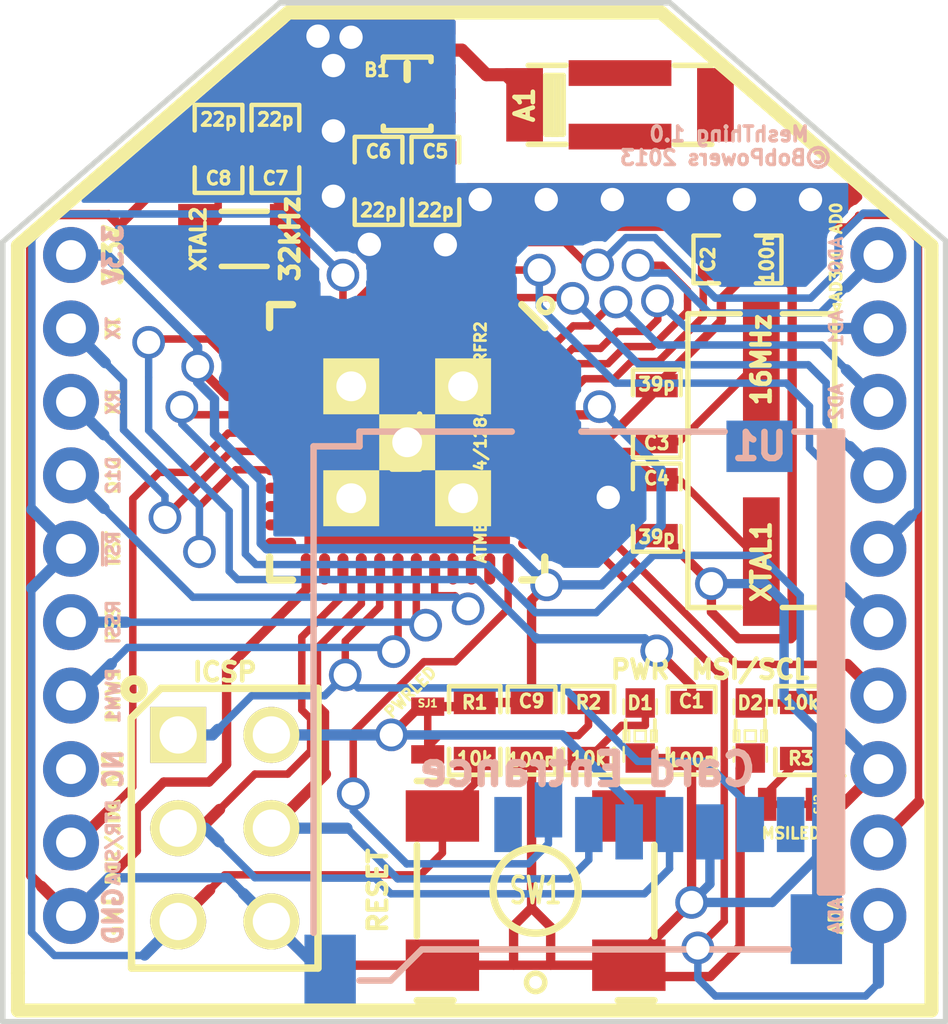
<source format=kicad_pcb>
(kicad_pcb (version 3) (host pcbnew "(2013-mar-13)-testing")

  (general
    (links 84)
    (no_connects 0)
    (area 135.704999 98.8424 161.545001 132.98625)
    (thickness 1.6)
    (drawings 15)
    (tracks 566)
    (zones 0)
    (modules 26)
    (nets 57)
  )

  (page A4)
  (title_block
    (title MeshThing)
    (rev 1.0)
  )

  (layers
    (15 F.Cu signal)
    (0 B.Cu signal)
    (16 B.Adhes user)
    (17 F.Adhes user)
    (18 B.Paste user)
    (19 F.Paste user)
    (20 B.SilkS user)
    (21 F.SilkS user)
    (22 B.Mask user)
    (23 F.Mask user)
    (24 Dwgs.User user)
    (25 Cmts.User user)
    (26 Eco1.User user)
    (27 Eco2.User user)
    (28 Edge.Cuts user)
  )

  (setup
    (last_trace_width 0.254)
    (user_trace_width 0.2032)
    (user_trace_width 0.254)
    (user_trace_width 0.3048)
    (user_trace_width 0.3302)
    (user_trace_width 0.3556)
    (trace_clearance 0.2032)
    (zone_clearance 0.2032)
    (zone_45_only yes)
    (trace_min 0.2032)
    (segment_width 0.2)
    (edge_width 0.15)
    (via_size 0.889)
    (via_drill 0.635)
    (via_min_size 0.889)
    (via_min_drill 0.508)
    (uvia_size 0.508)
    (uvia_drill 0.127)
    (uvias_allowed no)
    (uvia_min_size 0.508)
    (uvia_min_drill 0.127)
    (pcb_text_width 0.3)
    (pcb_text_size 1.5 1.5)
    (mod_edge_width 0.15)
    (mod_text_size 1.5 1.5)
    (mod_text_width 0.15)
    (pad_size 1.524 1.524)
    (pad_drill 0.8128)
    (pad_to_mask_clearance 0.2)
    (aux_axis_origin 135.66 132.51)
    (visible_elements FFFFFF3F)
    (pcbplotparams
      (layerselection 12582912)
      (usegerberextensions true)
      (excludeedgelayer true)
      (linewidth 0.100000)
      (plotframeref false)
      (viasonmask false)
      (mode 1)
      (useauxorigin true)
      (hpglpennumber 1)
      (hpglpenspeed 20)
      (hpglpendiameter 15)
      (hpglpenoverlay 2)
      (psnegative false)
      (psa4output false)
      (plotreference false)
      (plotvalue false)
      (plotothertext true)
      (plotinvisibletext false)
      (padsonsilk false)
      (subtractmaskfromsilk false)
      (outputformat 1)
      (mirror false)
      (drillshape 0)
      (scaleselection 1)
      (outputdirectory Gerbers/))
  )

  (net 0 "")
  (net 1 +3.3V)
  (net 2 GND)
  (net 3 MISO)
  (net 4 MOSI)
  (net 5 N-0000011)
  (net 6 N-0000012)
  (net 7 N-0000015)
  (net 8 N-0000016)
  (net 9 N-0000017)
  (net 10 N-0000018)
  (net 11 N-0000022)
  (net 12 N-0000023)
  (net 13 N-0000029)
  (net 14 N-0000030)
  (net 15 N-0000033)
  (net 16 N-0000038)
  (net 17 N-0000039)
  (net 18 N-0000043)
  (net 19 N-0000044)
  (net 20 N-0000045)
  (net 21 N-0000046)
  (net 22 N-0000047)
  (net 23 N-0000048)
  (net 24 N-0000049)
  (net 25 N-0000050)
  (net 26 N-0000051)
  (net 27 N-0000052)
  (net 28 N-0000053)
  (net 29 N-0000054)
  (net 30 N-0000055)
  (net 31 N-0000056)
  (net 32 N-0000057)
  (net 33 N-000006)
  (net 34 N-000007)
  (net 35 N-000008)
  (net 36 NC)
  (net 37 PB4)
  (net 38 PB5)
  (net 39 PB6)
  (net 40 PE2)
  (net 41 PE3)
  (net 42 PE4)
  (net 43 PE5)
  (net 44 PF0)
  (net 45 PF1)
  (net 46 PF2)
  (net 47 PF3-4)
  (net 48 PF5)
  (net 49 PF6)
  (net 50 PF7)
  (net 51 RX)
  (net 52 Reset)
  (net 53 SCK)
  (net 54 SCL)
  (net 55 SDA)
  (net 56 TX)

  (net_class Default "This is the default net class."
    (clearance 0.2032)
    (trace_width 0.254)
    (via_dia 0.889)
    (via_drill 0.635)
    (uvia_dia 0.508)
    (uvia_drill 0.127)
    (add_net "")
    (add_net +3.3V)
    (add_net GND)
    (add_net N-0000011)
    (add_net N-0000012)
    (add_net N-0000015)
    (add_net N-0000017)
    (add_net N-0000018)
    (add_net N-0000022)
    (add_net N-0000023)
    (add_net N-0000029)
    (add_net N-0000030)
    (add_net N-0000033)
    (add_net N-0000038)
    (add_net N-0000039)
    (add_net N-0000045)
    (add_net N-0000046)
    (add_net N-0000047)
    (add_net N-0000048)
    (add_net N-0000049)
    (add_net N-0000050)
    (add_net N-0000051)
    (add_net N-0000052)
    (add_net N-0000053)
    (add_net N-0000054)
    (add_net N-0000055)
    (add_net N-0000056)
    (add_net N-0000057)
    (add_net N-000006)
    (add_net N-000007)
    (add_net N-000008)
    (add_net NC)
  )

  (net_class 12mil ""
    (clearance 0.2032)
    (trace_width 0.3048)
    (via_dia 0.889)
    (via_drill 0.635)
    (uvia_dia 0.508)
    (uvia_drill 0.127)
  )

  (net_class 8mil ""
    (clearance 0.2032)
    (trace_width 0.2032)
    (via_dia 0.889)
    (via_drill 0.635)
    (uvia_dia 0.508)
    (uvia_drill 0.127)
    (add_net MISO)
    (add_net MOSI)
    (add_net N-0000016)
    (add_net N-0000043)
    (add_net N-0000044)
    (add_net PB4)
    (add_net PB5)
    (add_net PB6)
    (add_net PE2)
    (add_net PE3)
    (add_net PE4)
    (add_net PE5)
    (add_net PF0)
    (add_net PF1)
    (add_net PF2)
    (add_net PF3-4)
    (add_net PF5)
    (add_net PF6)
    (add_net PF7)
    (add_net RX)
    (add_net Reset)
    (add_net SCK)
    (add_net SCL)
    (add_net SDA)
    (add_net TX)
  )

  (module _MT_SM0603_Capa (layer F.Cu) (tedit 51CB9B1F) (tstamp 51CBFE49)
    (at 141.66 108.5 90)
    (path /51BE8D1F)
    (attr smd)
    (fp_text reference C8 (at -0.8 0 180) (layer F.SilkS)
      (effects (font (size 0.35 0.35) (thickness 0.0875)))
    )
    (fp_text value 22p (at 0.8 0 180) (layer F.SilkS)
      (effects (font (size 0.35 0.35) (thickness 0.0875)))
    )
    (fp_text user "" (at -0.8 0 180) (layer F.SilkS)
      (effects (font (size 0.35 0.35) (thickness 0.0875)))
    )
    (fp_line (start 0.50038 0.65024) (end 1.19888 0.65024) (layer F.SilkS) (width 0.11938))
    (fp_line (start -0.50038 0.65024) (end -1.19888 0.65024) (layer F.SilkS) (width 0.11938))
    (fp_line (start 0.50038 -0.65024) (end 1.19888 -0.65024) (layer F.SilkS) (width 0.11938))
    (fp_line (start -1.19888 -0.65024) (end -0.50038 -0.65024) (layer F.SilkS) (width 0.11938))
    (fp_line (start 1.19888 -0.635) (end 1.19888 0.635) (layer F.SilkS) (width 0.11938))
    (fp_line (start -1.19888 0.635) (end -1.19888 -0.635) (layer F.SilkS) (width 0.11938))
    (pad 1 smd rect (at -0.762 0 90) (size 0.635 1.143)
      (layers F.Cu F.Paste F.Mask)
      (net 13 N-0000029)
    )
    (pad 2 smd rect (at 0.762 0 90) (size 0.635 1.143)
      (layers F.Cu F.Paste F.Mask)
      (net 2 GND)
    )
    (model smd\capacitors\C0603.wrl
      (at (xyz 0 0 0.001))
      (scale (xyz 0.5 0.5 0.5))
      (rotate (xyz 0 0 0))
    )
  )

  (module _MT_SM0603_Capa (layer F.Cu) (tedit 51CB9B1F) (tstamp 51CD0ABA)
    (at 147.57 109.37 270)
    (path /51BB0A6C)
    (attr smd)
    (fp_text reference C5 (at -0.8 0 360) (layer F.SilkS)
      (effects (font (size 0.35 0.35) (thickness 0.0875)))
    )
    (fp_text value 22p (at 0.8 0 360) (layer F.SilkS)
      (effects (font (size 0.35 0.35) (thickness 0.0875)))
    )
    (fp_text user "" (at -0.8 0 360) (layer F.SilkS)
      (effects (font (size 0.35 0.35) (thickness 0.0875)))
    )
    (fp_line (start 0.50038 0.65024) (end 1.19888 0.65024) (layer F.SilkS) (width 0.11938))
    (fp_line (start -0.50038 0.65024) (end -1.19888 0.65024) (layer F.SilkS) (width 0.11938))
    (fp_line (start 0.50038 -0.65024) (end 1.19888 -0.65024) (layer F.SilkS) (width 0.11938))
    (fp_line (start -1.19888 -0.65024) (end -0.50038 -0.65024) (layer F.SilkS) (width 0.11938))
    (fp_line (start 1.19888 -0.635) (end 1.19888 0.635) (layer F.SilkS) (width 0.11938))
    (fp_line (start -1.19888 0.635) (end -1.19888 -0.635) (layer F.SilkS) (width 0.11938))
    (pad 1 smd rect (at -0.762 0 270) (size 0.635 1.143)
      (layers F.Cu F.Paste F.Mask)
      (net 6 N-0000012)
    )
    (pad 2 smd rect (at 0.762 0 270) (size 0.635 1.143)
      (layers F.Cu F.Paste F.Mask)
      (net 34 N-000007)
    )
    (model smd\capacitors\C0603.wrl
      (at (xyz 0 0 0.001))
      (scale (xyz 0.5 0.5 0.5))
      (rotate (xyz 0 0 0))
    )
  )

  (module _MT_SM0603_Capa (layer F.Cu) (tedit 51CB9B1F) (tstamp 51CD0AC6)
    (at 146.02 109.37 270)
    (path /51BB0A79)
    (attr smd)
    (fp_text reference C6 (at -0.8 0 360) (layer F.SilkS)
      (effects (font (size 0.35 0.35) (thickness 0.0875)))
    )
    (fp_text value 22p (at 0.8 0 360) (layer F.SilkS)
      (effects (font (size 0.35 0.35) (thickness 0.0875)))
    )
    (fp_text user "" (at -0.8 0 360) (layer F.SilkS)
      (effects (font (size 0.35 0.35) (thickness 0.0875)))
    )
    (fp_line (start 0.50038 0.65024) (end 1.19888 0.65024) (layer F.SilkS) (width 0.11938))
    (fp_line (start -0.50038 0.65024) (end -1.19888 0.65024) (layer F.SilkS) (width 0.11938))
    (fp_line (start 0.50038 -0.65024) (end 1.19888 -0.65024) (layer F.SilkS) (width 0.11938))
    (fp_line (start -1.19888 -0.65024) (end -0.50038 -0.65024) (layer F.SilkS) (width 0.11938))
    (fp_line (start 1.19888 -0.635) (end 1.19888 0.635) (layer F.SilkS) (width 0.11938))
    (fp_line (start -1.19888 0.635) (end -1.19888 -0.635) (layer F.SilkS) (width 0.11938))
    (pad 1 smd rect (at -0.762 0 270) (size 0.635 1.143)
      (layers F.Cu F.Paste F.Mask)
      (net 35 N-000008)
    )
    (pad 2 smd rect (at 0.762 0 270) (size 0.635 1.143)
      (layers F.Cu F.Paste F.Mask)
      (net 33 N-000006)
    )
    (model smd\capacitors\C0603.wrl
      (at (xyz 0 0 0.001))
      (scale (xyz 0.5 0.5 0.5))
      (rotate (xyz 0 0 0))
    )
  )

  (module _MT_SM0603_Capa (layer F.Cu) (tedit 51CB9B1F) (tstamp 51CD0AD2)
    (at 143.21 108.5 90)
    (path /51BE8D06)
    (attr smd)
    (fp_text reference C7 (at -0.8 0 180) (layer F.SilkS)
      (effects (font (size 0.35 0.35) (thickness 0.0875)))
    )
    (fp_text value 22p (at 0.8 0 180) (layer F.SilkS)
      (effects (font (size 0.35 0.35) (thickness 0.0875)))
    )
    (fp_text user "" (at -0.8 0 180) (layer F.SilkS)
      (effects (font (size 0.35 0.35) (thickness 0.0875)))
    )
    (fp_line (start 0.50038 0.65024) (end 1.19888 0.65024) (layer F.SilkS) (width 0.11938))
    (fp_line (start -0.50038 0.65024) (end -1.19888 0.65024) (layer F.SilkS) (width 0.11938))
    (fp_line (start 0.50038 -0.65024) (end 1.19888 -0.65024) (layer F.SilkS) (width 0.11938))
    (fp_line (start -1.19888 -0.65024) (end -0.50038 -0.65024) (layer F.SilkS) (width 0.11938))
    (fp_line (start 1.19888 -0.635) (end 1.19888 0.635) (layer F.SilkS) (width 0.11938))
    (fp_line (start -1.19888 0.635) (end -1.19888 -0.635) (layer F.SilkS) (width 0.11938))
    (pad 1 smd rect (at -0.762 0 90) (size 0.635 1.143)
      (layers F.Cu F.Paste F.Mask)
      (net 14 N-0000030)
    )
    (pad 2 smd rect (at 0.762 0 90) (size 0.635 1.143)
      (layers F.Cu F.Paste F.Mask)
      (net 2 GND)
    )
    (model smd\capacitors\C0603.wrl
      (at (xyz 0 0 0.001))
      (scale (xyz 0.5 0.5 0.5))
      (rotate (xyz 0 0 0))
    )
  )

  (module _MT_SM0603_Capa (layer F.Cu) (tedit 51CB9B1F) (tstamp 51CD0ADE)
    (at 150.19 124.34 270)
    (path /51C2F773)
    (attr smd)
    (fp_text reference C9 (at -0.8 0 360) (layer F.SilkS)
      (effects (font (size 0.35 0.35) (thickness 0.0875)))
    )
    (fp_text value 100n (at 0.8 0 360) (layer F.SilkS)
      (effects (font (size 0.35 0.35) (thickness 0.0875)))
    )
    (fp_text user "" (at -0.8 0 360) (layer F.SilkS)
      (effects (font (size 0.35 0.35) (thickness 0.0875)))
    )
    (fp_line (start 0.50038 0.65024) (end 1.19888 0.65024) (layer F.SilkS) (width 0.11938))
    (fp_line (start -0.50038 0.65024) (end -1.19888 0.65024) (layer F.SilkS) (width 0.11938))
    (fp_line (start 0.50038 -0.65024) (end 1.19888 -0.65024) (layer F.SilkS) (width 0.11938))
    (fp_line (start -1.19888 -0.65024) (end -0.50038 -0.65024) (layer F.SilkS) (width 0.11938))
    (fp_line (start 1.19888 -0.635) (end 1.19888 0.635) (layer F.SilkS) (width 0.11938))
    (fp_line (start -1.19888 0.635) (end -1.19888 -0.635) (layer F.SilkS) (width 0.11938))
    (pad 1 smd rect (at -0.762 0 270) (size 0.635 1.143)
      (layers F.Cu F.Paste F.Mask)
      (net 1 +3.3V)
    )
    (pad 2 smd rect (at 0.762 0 270) (size 0.635 1.143)
      (layers F.Cu F.Paste F.Mask)
      (net 2 GND)
    )
    (model smd\capacitors\C0603.wrl
      (at (xyz 0 0 0.001))
      (scale (xyz 0.5 0.5 0.5))
      (rotate (xyz 0 0 0))
    )
  )

  (module _MT_SM0603_Capa (layer F.Cu) (tedit 51CB9B1F) (tstamp 51CD0A96)
    (at 155.8 111.51)
    (path /51BB0317)
    (attr smd)
    (fp_text reference C2 (at -0.8 0 90) (layer F.SilkS)
      (effects (font (size 0.35 0.35) (thickness 0.0875)))
    )
    (fp_text value 100n (at 0.8 0 90) (layer F.SilkS)
      (effects (font (size 0.35 0.35) (thickness 0.0875)))
    )
    (fp_text user "" (at -0.8 0 90) (layer F.SilkS)
      (effects (font (size 0.35 0.35) (thickness 0.0875)))
    )
    (fp_line (start 0.50038 0.65024) (end 1.19888 0.65024) (layer F.SilkS) (width 0.11938))
    (fp_line (start -0.50038 0.65024) (end -1.19888 0.65024) (layer F.SilkS) (width 0.11938))
    (fp_line (start 0.50038 -0.65024) (end 1.19888 -0.65024) (layer F.SilkS) (width 0.11938))
    (fp_line (start -1.19888 -0.65024) (end -0.50038 -0.65024) (layer F.SilkS) (width 0.11938))
    (fp_line (start 1.19888 -0.635) (end 1.19888 0.635) (layer F.SilkS) (width 0.11938))
    (fp_line (start -1.19888 0.635) (end -1.19888 -0.635) (layer F.SilkS) (width 0.11938))
    (pad 1 smd rect (at -0.762 0) (size 0.635 1.143)
      (layers F.Cu F.Paste F.Mask)
      (net 8 N-0000016)
    )
    (pad 2 smd rect (at 0.762 0) (size 0.635 1.143)
      (layers F.Cu F.Paste F.Mask)
      (net 2 GND)
    )
    (model smd\capacitors\C0603.wrl
      (at (xyz 0 0 0.001))
      (scale (xyz 0.5 0.5 0.5))
      (rotate (xyz 0 0 0))
    )
  )

  (module _MT_SM0603_Capa (layer F.Cu) (tedit 51CB9B1F) (tstamp 51D3FA75)
    (at 154.55 124.34 270)
    (path /51BB02F2)
    (attr smd)
    (fp_text reference C1 (at -0.8 0 360) (layer F.SilkS)
      (effects (font (size 0.35 0.35) (thickness 0.0875)))
    )
    (fp_text value 100n (at 0.8 0 360) (layer F.SilkS)
      (effects (font (size 0.35 0.35) (thickness 0.0875)))
    )
    (fp_text user "" (at -0.8 0 360) (layer F.SilkS)
      (effects (font (size 0.35 0.35) (thickness 0.0875)))
    )
    (fp_line (start 0.50038 0.65024) (end 1.19888 0.65024) (layer F.SilkS) (width 0.11938))
    (fp_line (start -0.50038 0.65024) (end -1.19888 0.65024) (layer F.SilkS) (width 0.11938))
    (fp_line (start 0.50038 -0.65024) (end 1.19888 -0.65024) (layer F.SilkS) (width 0.11938))
    (fp_line (start -1.19888 -0.65024) (end -0.50038 -0.65024) (layer F.SilkS) (width 0.11938))
    (fp_line (start 1.19888 -0.635) (end 1.19888 0.635) (layer F.SilkS) (width 0.11938))
    (fp_line (start -1.19888 0.635) (end -1.19888 -0.635) (layer F.SilkS) (width 0.11938))
    (pad 1 smd rect (at -0.762 0 270) (size 0.635 1.143)
      (layers F.Cu F.Paste F.Mask)
      (net 7 N-0000015)
    )
    (pad 2 smd rect (at 0.762 0 270) (size 0.635 1.143)
      (layers F.Cu F.Paste F.Mask)
      (net 2 GND)
    )
    (model smd\capacitors\C0603.wrl
      (at (xyz 0 0 0.001))
      (scale (xyz 0.5 0.5 0.5))
      (rotate (xyz 0 0 0))
    )
  )

  (module _MT_SM0603_Capa (layer F.Cu) (tedit 51CB9B1F) (tstamp 51CD0AAE)
    (at 153.6 118.27 270)
    (path /51BB05DD)
    (attr smd)
    (fp_text reference C4 (at -0.8 0 360) (layer F.SilkS)
      (effects (font (size 0.35 0.35) (thickness 0.0875)))
    )
    (fp_text value 39p (at 0.8 0 360) (layer F.SilkS)
      (effects (font (size 0.35 0.35) (thickness 0.0875)))
    )
    (fp_text user "" (at -0.8 0 360) (layer F.SilkS)
      (effects (font (size 0.35 0.35) (thickness 0.0875)))
    )
    (fp_line (start 0.50038 0.65024) (end 1.19888 0.65024) (layer F.SilkS) (width 0.11938))
    (fp_line (start -0.50038 0.65024) (end -1.19888 0.65024) (layer F.SilkS) (width 0.11938))
    (fp_line (start 0.50038 -0.65024) (end 1.19888 -0.65024) (layer F.SilkS) (width 0.11938))
    (fp_line (start -1.19888 -0.65024) (end -0.50038 -0.65024) (layer F.SilkS) (width 0.11938))
    (fp_line (start 1.19888 -0.635) (end 1.19888 0.635) (layer F.SilkS) (width 0.11938))
    (fp_line (start -1.19888 0.635) (end -1.19888 -0.635) (layer F.SilkS) (width 0.11938))
    (pad 1 smd rect (at -0.762 0 270) (size 0.635 1.143)
      (layers F.Cu F.Paste F.Mask)
      (net 29 N-0000054)
    )
    (pad 2 smd rect (at 0.762 0 270) (size 0.635 1.143)
      (layers F.Cu F.Paste F.Mask)
      (net 2 GND)
    )
    (model smd\capacitors\C0603.wrl
      (at (xyz 0 0 0.001))
      (scale (xyz 0.5 0.5 0.5))
      (rotate (xyz 0 0 0))
    )
  )

  (module _MT_SM0603_Capa (layer F.Cu) (tedit 51CB9B1F) (tstamp 51CD0AA2)
    (at 153.6 115.71 90)
    (path /51BB05D0)
    (attr smd)
    (fp_text reference C3 (at -0.8 0 180) (layer F.SilkS)
      (effects (font (size 0.35 0.35) (thickness 0.0875)))
    )
    (fp_text value 39p (at 0.8 0 180) (layer F.SilkS)
      (effects (font (size 0.35 0.35) (thickness 0.0875)))
    )
    (fp_text user "" (at -0.8 0 180) (layer F.SilkS)
      (effects (font (size 0.35 0.35) (thickness 0.0875)))
    )
    (fp_line (start 0.50038 0.65024) (end 1.19888 0.65024) (layer F.SilkS) (width 0.11938))
    (fp_line (start -0.50038 0.65024) (end -1.19888 0.65024) (layer F.SilkS) (width 0.11938))
    (fp_line (start 0.50038 -0.65024) (end 1.19888 -0.65024) (layer F.SilkS) (width 0.11938))
    (fp_line (start -1.19888 -0.65024) (end -0.50038 -0.65024) (layer F.SilkS) (width 0.11938))
    (fp_line (start 1.19888 -0.635) (end 1.19888 0.635) (layer F.SilkS) (width 0.11938))
    (fp_line (start -1.19888 0.635) (end -1.19888 -0.635) (layer F.SilkS) (width 0.11938))
    (pad 1 smd rect (at -0.762 0 90) (size 0.635 1.143)
      (layers F.Cu F.Paste F.Mask)
      (net 28 N-0000053)
    )
    (pad 2 smd rect (at 0.762 0 90) (size 0.635 1.143)
      (layers F.Cu F.Paste F.Mask)
      (net 2 GND)
    )
    (model smd\capacitors\C0603.wrl
      (at (xyz 0 0 0.001))
      (scale (xyz 0.5 0.5 0.5))
      (rotate (xyz 0 0 0))
    )
  )

  (module _MT_SMTJumper (layer F.Cu) (tedit 51D0E7A3) (tstamp 51CA47D0)
    (at 147.36 124.34 270)
    (path /51C12882)
    (attr smd)
    (fp_text reference SJ1 (at -0.74 0 360) (layer F.SilkS)
      (effects (font (size 0.2 0.2) (thickness 0.05)))
    )
    (fp_text value SMTJPR (at 0 0 270) (layer F.SilkS) hide
      (effects (font (size 0.508 0.4572) (thickness 0.1143)))
    )
    (pad 1 smd rect (at -0.65 0 270) (size 0.5 0.9)
      (layers F.Cu F.Paste F.Mask)
      (net 1 +3.3V)
    )
    (pad 2 smd rect (at 0.65 0 270) (size 0.5 0.9)
      (layers F.Cu F.Paste F.Mask)
      (net 9 N-0000017)
    )
    (pad 3 smd rect (at 0 0 270) (size 1.5 0.2032)
      (layers F.Cu F.Paste F.Mask)
    )
    (model smd\resistors\R0603.wrl
      (at (xyz 0 0 0.001))
      (scale (xyz 0.5 0.5 0.5))
      (rotate (xyz 0 0 0))
    )
  )

  (module _MT_Switch_SMT_EVQ_NCPads (layer F.Cu) (tedit 51D14463) (tstamp 51CA47DF)
    (at 150.3 128.7 180)
    (descr "EVQ-Q2F03W Compatible")
    (tags "Switch SMT")
    (path /51BB1BEA)
    (attr smd)
    (fp_text reference SW1 (at 0 0 180) (layer F.SilkS)
      (effects (font (size 0.7112 0.4572) (thickness 0.1016)))
    )
    (fp_text value RST (at 0 -3.683 180) (layer F.SilkS) hide
      (effects (font (size 0.6604 0.5588) (thickness 0.1397)))
    )
    (fp_circle (center 0 -2.5) (end 0.25 -2.5) (layer F.SilkS) (width 0.15))
    (fp_line (start -2.24028 2.98704) (end -3.23596 2.98704) (layer F.SilkS) (width 0.1778))
    (fp_line (start 3.23596 2.98704) (end 2.24028 2.98704) (layer F.SilkS) (width 0.1778))
    (fp_line (start -3.23596 -2.98704) (end -2.24028 -2.98704) (layer F.SilkS) (width 0.1778))
    (fp_line (start 3.23596 -2.98704) (end 2.24028 -2.98704) (layer F.SilkS) (width 0.1778))
    (fp_line (start -3.23596 -1.2446) (end -3.23596 1.2446) (layer F.SilkS) (width 0.1778))
    (fp_line (start 3.23596 1.2446) (end 3.23596 -1.2446) (layer F.SilkS) (width 0.1778))
    (fp_circle (center 0 0) (end 1.143 0.1905) (layer F.SilkS) (width 0.2032))
    (pad 1 smd rect (at 2.54 -2.032 180) (size 1.99898 1.39954)
      (layers F.Cu F.Paste F.Mask)
      (net 2 GND)
    )
    (pad 2 smd rect (at 2.54 2.032 180) (size 1.99898 1.39954)
      (layers F.Cu F.Paste F.Mask)
      (net 52 Reset)
    )
    (pad 1 smd rect (at -2.54 -2.032 180) (size 1.99898 1.39954)
      (layers F.Cu F.Paste F.Mask)
      (net 2 GND)
    )
    (pad "" smd rect (at -2.54 2.032 180) (size 1.99898 1.39954)
      (layers F.Cu F.Paste F.Mask)
    )
  )

  (module _MT_SM0603_Resistor (layer F.Cu) (tedit 51D14923) (tstamp 51CA47C4)
    (at 151.74 124.34 270)
    (path /51BB1522)
    (attr smd)
    (fp_text reference R2 (at -0.762 0 360) (layer F.SilkS)
      (effects (font (size 0.35 0.35) (thickness 0.0875)))
    )
    (fp_text value 10k (at 0.762 0 360) (layer F.SilkS)
      (effects (font (size 0.35 0.35) (thickness 0.0875)))
    )
    (fp_line (start -0.50038 -0.6985) (end -1.2065 -0.6985) (layer F.SilkS) (width 0.127))
    (fp_line (start -1.2065 -0.6985) (end -1.2065 0.6985) (layer F.SilkS) (width 0.127))
    (fp_line (start -1.2065 0.6985) (end -0.50038 0.6985) (layer F.SilkS) (width 0.127))
    (fp_line (start 1.2065 -0.6985) (end 0.50038 -0.6985) (layer F.SilkS) (width 0.127))
    (fp_line (start 1.2065 -0.6985) (end 1.2065 0.6985) (layer F.SilkS) (width 0.127))
    (fp_line (start 1.2065 0.6985) (end 0.50038 0.6985) (layer F.SilkS) (width 0.127))
    (pad 1 smd rect (at -0.762 0 270) (size 0.635 1.143)
      (layers F.Cu F.Paste F.Mask)
      (net 9 N-0000017)
    )
    (pad 2 smd rect (at 0.762 0 270) (size 0.635 1.143)
      (layers F.Cu F.Paste F.Mask)
      (net 10 N-0000018)
    )
    (model smd\resistors\R0603.wrl
      (at (xyz 0 0 0.001))
      (scale (xyz 0.5 0.5 0.5))
      (rotate (xyz 0 0 0))
    )
  )

  (module _MT_SM0603_Resistor (layer F.Cu) (tedit 51D14923) (tstamp 51CA47B8)
    (at 148.64 124.34 270)
    (path /51BB1C5E)
    (attr smd)
    (fp_text reference R1 (at -0.762 0 360) (layer F.SilkS)
      (effects (font (size 0.35 0.35) (thickness 0.0875)))
    )
    (fp_text value 10k (at 0.762 0 360) (layer F.SilkS)
      (effects (font (size 0.35 0.35) (thickness 0.0875)))
    )
    (fp_line (start -0.50038 -0.6985) (end -1.2065 -0.6985) (layer F.SilkS) (width 0.127))
    (fp_line (start -1.2065 -0.6985) (end -1.2065 0.6985) (layer F.SilkS) (width 0.127))
    (fp_line (start -1.2065 0.6985) (end -0.50038 0.6985) (layer F.SilkS) (width 0.127))
    (fp_line (start 1.2065 -0.6985) (end 0.50038 -0.6985) (layer F.SilkS) (width 0.127))
    (fp_line (start 1.2065 -0.6985) (end 1.2065 0.6985) (layer F.SilkS) (width 0.127))
    (fp_line (start 1.2065 0.6985) (end 0.50038 0.6985) (layer F.SilkS) (width 0.127))
    (pad 1 smd rect (at -0.762 0 270) (size 0.635 1.143)
      (layers F.Cu F.Paste F.Mask)
      (net 1 +3.3V)
    )
    (pad 2 smd rect (at 0.762 0 270) (size 0.635 1.143)
      (layers F.Cu F.Paste F.Mask)
      (net 52 Reset)
    )
    (model smd\resistors\R0603.wrl
      (at (xyz 0 0 0.001))
      (scale (xyz 0.5 0.5 0.5))
      (rotate (xyz 0 0 0))
    )
  )

  (module _MT_microSD_3M_290805 (layer B.Cu) (tedit 51D14B8B) (tstamp 51CA47FE)
    (at 149.55 126.9)
    (tags "microSD 3M 290805 DigiKey 3M5607CT-ND Opendous")
    (path /51BAA75F)
    (attr smd)
    (fp_text reference U1 (at 6.85 -10.3) (layer B.SilkS)
      (effects (font (size 0.7112 0.7112) (thickness 0.1778)) (justify mirror))
    )
    (fp_text value CONN_MICROSD (at 2.413 -2.413) (layer B.SilkS) hide
      (effects (font (size 0.8128 0.7112) (thickness 0.1778)) (justify mirror))
    )
    (fp_text user "Card Entrance" (at 2.159 -1.5) (layer B.SilkS)
      (effects (font (size 0.85 0.85) (thickness 0.2032)) (justify mirror))
    )
    (fp_line (start 8.60044 -10.65022) (end 8.60044 1.80086) (layer B.SilkS) (width 0.1778))
    (fp_line (start 8.6995 1.84912) (end 8.6995 -10.70102) (layer B.SilkS) (width 0.1778))
    (fp_line (start 8.95096 -10.65022) (end 8.95096 1.80086) (layer B.SilkS) (width 0.1778))
    (fp_line (start 9.10082 -10.70102) (end 8.84936 -10.70102) (layer B.SilkS) (width 0.1778))
    (fp_line (start 9.10082 1.84912) (end 9.10082 -10.70102) (layer B.SilkS) (width 0.1778))
    (fp_line (start 8.49884 1.84912) (end 8.49884 -10.70102) (layer B.SilkS) (width 0.1778))
    (fp_line (start 9.10082 1.84912) (end 8.49884 1.84912) (layer B.SilkS) (width 0.1778))
    (fp_line (start -4.04876 -10.70102) (end -4.04876 -10.2997) (layer B.SilkS) (width 0.1778))
    (fp_line (start -5.30098 2.94894) (end -5.30098 -10.2997) (layer B.SilkS) (width 0.1778))
    (fp_line (start -5.30098 -10.2997) (end -4.04876 -10.2997) (layer B.SilkS) (width 0.1778))
    (fp_line (start 7.65048 3.40106) (end -2.3495 3.40106) (layer B.SilkS) (width 0.1778))
    (fp_line (start -2.3495 3.40106) (end -3.2004 4.24942) (layer B.SilkS) (width 0.1778))
    (fp_line (start -3.2004 4.24942) (end -4.04876 4.24942) (layer B.SilkS) (width 0.1778))
    (fp_line (start 0.09906 -10.70102) (end -4.04876 -10.70102) (layer B.SilkS) (width 0.1778))
    (fp_line (start 5.90042 -10.70102) (end 1.99898 -10.70102) (layer B.SilkS) (width 0.1778))
    (fp_line (start 8.84936 -10.70102) (end 7.80034 -10.70102) (layer B.SilkS) (width 0.1778))
    (fp_line (start 8.84936 1.84912) (end 8.84936 -10.70102) (layer B.SilkS) (width 0.1778))
    (pad 7 smd rect (at 6.59892 0) (size 0.7493 1.50114)
      (layers B.Cu B.Paste B.Mask)
      (net 3 MISO)
    )
    (pad 8 smd rect (at 7.69874 0) (size 0.7493 1.50114)
      (layers B.Cu B.Paste B.Mask)
      (net 30 N-0000055)
    )
    (pad 6 smd rect (at 5.4991 0.20066) (size 0.7493 1.50114)
      (layers B.Cu B.Paste B.Mask)
      (net 2 GND)
    )
    (pad 5 smd rect (at 4.39928 0) (size 0.7493 1.50114)
      (layers B.Cu B.Paste B.Mask)
      (net 53 SCK)
    )
    (pad 1 smd rect (at 0 0) (size 0.7493 1.50114)
      (layers B.Cu B.Paste B.Mask)
      (net 31 N-0000056)
    )
    (pad 2 smd rect (at 1.09982 -0.39878) (size 0.7493 1.50114)
      (layers B.Cu B.Paste B.Mask)
      (net 40 PE2)
    )
    (pad 3 smd rect (at 2.19964 0) (size 0.7493 1.50114)
      (layers B.Cu B.Paste B.Mask)
      (net 4 MOSI)
    )
    (pad 4 smd rect (at 3.29946 0.20066) (size 0.7493 1.50114)
      (layers B.Cu B.Paste B.Mask)
      (net 1 +3.3V)
    )
    (pad 9 smd rect (at 8.39978 2.84988) (size 1.39954 1.89992)
      (layers B.Cu B.Paste B.Mask)
      (net 2 GND)
    )
    (pad 9 smd rect (at -4.84886 3.9497) (size 1.39954 1.89992)
      (layers B.Cu B.Paste B.Mask)
      (net 2 GND)
    )
    (pad "" smd rect (at 6.85038 -10.2997) (size 1.80086 1.39954)
      (layers B.Cu B.Paste B.Mask)
    )
    (pad 9 smd rect (at 1.04902 -10.2997) (size 1.80086 1.39954)
      (layers B.Cu B.Paste B.Mask)
      (net 2 GND)
    )
  )

  (module _MT_LED-0603 (layer F.Cu) (tedit 51D15FAA) (tstamp 51CA4762)
    (at 153.15 124.34 270)
    (descr "LED 0603 smd package")
    (tags "LED led 0603 SMD smd SMT smt smdled SMDLED smtled SMTLED")
    (path /51BB1536)
    (attr smd)
    (fp_text reference D1 (at -0.75 0 360) (layer F.SilkS)
      (effects (font (size 0.35 0.35) (thickness 0.0875)))
    )
    (fp_text value LED (at 0.75 0 360) (layer F.SilkS) hide
      (effects (font (size 0.35 0.35) (thickness 0.0875)))
    )
    (fp_line (start -0.29 -0.4) (end 0.28 -0.4) (layer F.SilkS) (width 0.1016))
    (fp_line (start -0.28 0.4) (end 0.27 0.4) (layer F.SilkS) (width 0.1016))
    (fp_line (start 0.44958 0.44958) (end 0.84836 0.44958) (layer F.SilkS) (width 0.06604))
    (fp_line (start 0.44958 -0.44958) (end 0.84836 -0.44958) (layer F.SilkS) (width 0.06604))
    (fp_line (start -0.84836 0.44958) (end -0.44958 0.44958) (layer F.SilkS) (width 0.06604))
    (fp_line (start -0.84836 -0.44958) (end -0.44958 -0.44958) (layer F.SilkS) (width 0.06604))
    (fp_line (start 0 -0.44958) (end 0 -0.29972) (layer F.SilkS) (width 0.06604))
    (fp_line (start 0 -0.29972) (end 0.29972 -0.29972) (layer F.SilkS) (width 0.06604))
    (fp_line (start 0.29972 -0.44958) (end 0.29972 -0.29972) (layer F.SilkS) (width 0.06604))
    (fp_line (start 0 -0.44958) (end 0.29972 -0.44958) (layer F.SilkS) (width 0.06604))
    (fp_line (start 0 0.29972) (end 0 0.44958) (layer F.SilkS) (width 0.06604))
    (fp_line (start 0 0.44958) (end 0.29972 0.44958) (layer F.SilkS) (width 0.06604))
    (fp_line (start 0.29972 0.29972) (end 0.29972 0.44958) (layer F.SilkS) (width 0.06604))
    (fp_line (start 0 0.29972) (end 0.29972 0.29972) (layer F.SilkS) (width 0.06604))
    (fp_line (start 0 -0.14986) (end 0 0.14986) (layer F.SilkS) (width 0.06604))
    (fp_line (start 0 0.14986) (end 0.29972 0.14986) (layer F.SilkS) (width 0.06604))
    (fp_line (start 0.29972 -0.14986) (end 0.29972 0.14986) (layer F.SilkS) (width 0.06604))
    (fp_line (start 0 -0.14986) (end 0.29972 -0.14986) (layer F.SilkS) (width 0.06604))
    (pad 1 smd rect (at -0.75 0 270) (size 0.8 0.8)
      (layers F.Cu F.Paste F.Mask)
      (net 10 N-0000018)
    )
    (pad 2 smd rect (at 0.75 0 270) (size 0.8 0.8)
      (layers F.Cu F.Paste F.Mask)
      (net 2 GND)
    )
  )

  (module Johanson-2450AT42B100-PadsOnly (layer F.Cu) (tedit 51D3AA64) (tstamp 51D3A3C2)
    (at 152.1 107.3 180)
    (path /51BF012F)
    (fp_text reference A1 (at 2.1 0 270) (layer F.SilkS)
      (effects (font (size 0.5 0.5) (thickness 0.125)))
    )
    (fp_text value Antenna (at 0 2.625 180) (layer F.SilkS) hide
      (effects (font (size 1.5 1.5) (thickness 0.15)))
    )
    (fp_line (start 1.2 0.8) (end 1.2 -0.8) (layer F.SilkS) (width 0.15))
    (fp_line (start 1.2 -0.8) (end 1.35 -0.8) (layer F.SilkS) (width 0.15))
    (fp_line (start 1.35 -0.8) (end 1.35 0.8) (layer F.SilkS) (width 0.15))
    (fp_line (start 1.35 0.8) (end 1.45 0.8) (layer F.SilkS) (width 0.15))
    (fp_line (start 1.45 0.8) (end 1.45 -0.8) (layer F.SilkS) (width 0.15))
    (fp_line (start 1.05 -0.8) (end 1.05 0.8) (layer F.SilkS) (width 0.15))
    (fp_line (start 1.05 0.8) (end 1.525 0.8) (layer F.SilkS) (width 0.15))
    (fp_line (start 1.525 0.8) (end 1.525 -0.8) (layer F.SilkS) (width 0.15))
    (fp_line (start 1.525 -0.8) (end 1.05 -0.8) (layer F.SilkS) (width 0.15))
    (fp_line (start 2 1.075) (end 0.975 1.075) (layer F.SilkS) (width 0.15))
    (fp_line (start 2 -1.075) (end 0.975 -1.075) (layer F.SilkS) (width 0.15))
    (fp_line (start -3 1.075) (end -1.975 1.075) (layer F.SilkS) (width 0.15))
    (fp_line (start -3 -1.075) (end -1.975 -1.075) (layer F.SilkS) (width 0.15))
    (pad 2 smd rect (at -3.1 0 180) (size 1 2)
      (layers F.Cu F.Paste F.Mask)
      (net 15 N-0000033)
    )
    (pad 1 smd rect (at 2.1 0 180) (size 1 2)
      (layers F.Cu F.Paste F.Mask)
      (net 5 N-0000011)
    )
    (pad 3 smd rect (at -0.5 -0.865 180) (size 2.8 0.7)
      (layers F.Cu F.Paste F.Mask)
      (net 17 N-0000039)
    )
    (pad 4 smd rect (at -0.5 0.865 180) (size 2.8 0.7)
      (layers F.Cu F.Paste F.Mask)
      (net 16 N-0000038)
    )
  )

  (module _MT_CM315-Crystal (layer F.Cu) (tedit 51D3C279) (tstamp 51CA4833)
    (at 142.36 110.95 180)
    (path /51BE8BFD)
    (fp_text reference XTAL2 (at 1.25 0 270) (layer F.SilkS)
      (effects (font (size 0.4 0.4) (thickness 0.1)))
    )
    (fp_text value 32kHz (at -1.25 0 270) (layer F.SilkS)
      (effects (font (size 0.5 0.5) (thickness 0.125)))
    )
    (fp_line (start -0.625 -0.75) (end 0.625 -0.75) (layer F.SilkS) (width 0.15))
    (fp_line (start -0.625 0.75) (end 0.625 0.75) (layer F.SilkS) (width 0.15))
    (pad 1 smd rect (at 1.25 0 180) (size 1.1 1.9)
      (layers F.Cu F.Paste F.Mask)
      (net 13 N-0000029)
    )
    (pad 2 smd rect (at -1.25 0 180) (size 1.1 1.9)
      (layers F.Cu F.Paste F.Mask)
      (net 14 N-0000030)
    )
  )

  (module _MT_Wuerth748421245 (layer F.Cu) (tedit 51D3C2F0) (tstamp 51CBAD5D)
    (at 146.8 107 90)
    (path /51BB20BE)
    (fp_text reference B1 (at 0.65 -0.825 360) (layer F.SilkS)
      (effects (font (size 0.35 0.35) (thickness 0.0875)))
    )
    (fp_text value Balun (at 0 -2 90) (layer F.SilkS) hide
      (effects (font (size 1.5 1.5) (thickness 0.15)))
    )
    (fp_line (start -1 -0.65) (end -0.88 -0.65) (layer F.SilkS) (width 0.15))
    (fp_line (start 1 -0.65) (end 0.88 -0.65) (layer F.SilkS) (width 0.15))
    (fp_line (start 1 0.65) (end 0.88 0.65) (layer F.SilkS) (width 0.15))
    (fp_line (start -1 0.65) (end -0.88 0.65) (layer F.SilkS) (width 0.15))
    (fp_line (start 0.83 0) (end 0.39 0) (layer F.SilkS) (width 0.2032))
    (fp_line (start 1 -0.65) (end 1 0.65) (layer F.SilkS) (width 0.15))
    (fp_line (start -1 0.65) (end -1 -0.65) (layer F.SilkS) (width 0.15))
    (pad 1 smd rect (at 0.65 -0.825 90) (size 0.3 1)
      (layers F.Cu F.Paste F.Mask)
      (net 5 N-0000011)
    )
    (pad 2 smd rect (at 0 -0.825 90) (size 0.3 1)
      (layers F.Cu F.Paste F.Mask)
      (net 2 GND)
    )
    (pad 3 smd rect (at -0.65 -0.825 90) (size 0.3 1)
      (layers F.Cu F.Paste F.Mask)
      (net 35 N-000008)
    )
    (pad 4 smd rect (at -0.65 0.825 90) (size 0.3 1)
      (layers F.Cu F.Paste F.Mask)
      (net 6 N-0000012)
    )
    (pad 5 smd rect (at 0 0.825 90) (size 0.3 1)
      (layers F.Cu F.Paste F.Mask)
      (net 2 GND)
    )
    (pad 6 smd rect (at 0.65 0.825 90) (size 0.3 1)
      (layers F.Cu F.Paste F.Mask)
      (net 32 N-0000057)
    )
  )

  (module _MT_pin_array_3x2 (layer F.Cu) (tedit 51D3DBF5) (tstamp 51CA4770)
    (at 141.83 127 270)
    (descr "Double rangee de contacts 2 x 4 pins")
    (tags CONN)
    (path /51BE9A19)
    (fp_text reference H2 (at 0 -3.81 270) (layer F.SilkS) hide
      (effects (font (size 1.016 1.016) (thickness 0.2032)))
    )
    (fp_text value ICSP (at 0 3.81 270) (layer F.SilkS) hide
      (effects (font (size 1.016 1.016) (thickness 0.2032)))
    )
    (fp_text user ICSP (at -4.25 0 360) (layer F.SilkS)
      (effects (font (size 0.5 0.5) (thickness 0.125)))
    )
    (fp_line (start -3.81 -2.52) (end -3.81 1.74) (layer F.SilkS) (width 0.2032))
    (fp_line (start 3.81 2.54) (end -3 2.55) (layer F.SilkS) (width 0.2032))
    (fp_line (start -3.01 2.54) (end -3.81 1.74) (layer F.SilkS) (width 0.2032))
    (fp_circle (center -3.79 2.474) (end -4.04 2.474) (layer F.SilkS) (width 0.254))
    (fp_line (start -3.81 -2.54) (end 3.81 -2.54) (layer F.SilkS) (width 0.2032))
    (fp_line (start 3.81 -2.54) (end 3.81 2.54) (layer F.SilkS) (width 0.2032))
    (pad 1 thru_hole rect (at -2.54 1.27 270) (size 1.524 1.524) (drill 1.016)
      (layers *.Cu *.Mask F.SilkS)
      (net 3 MISO)
    )
    (pad 2 thru_hole circle (at -2.54 -1.27 270) (size 1.524 1.524) (drill 1.016)
      (layers *.Cu *.Mask F.SilkS)
      (net 1 +3.3V)
    )
    (pad 3 thru_hole circle (at 0 1.27 270) (size 1.524 1.524) (drill 1.016)
      (layers *.Cu *.Mask F.SilkS)
      (net 53 SCK)
    )
    (pad 4 thru_hole circle (at 0 -1.27 270) (size 1.524 1.524) (drill 1.016)
      (layers *.Cu *.Mask F.SilkS)
      (net 4 MOSI)
    )
    (pad 5 thru_hole circle (at 2.54 1.27 270) (size 1.524 1.524) (drill 1.016)
      (layers *.Cu *.Mask F.SilkS)
      (net 52 Reset)
    )
    (pad 6 thru_hole circle (at 2.54 -1.27 270) (size 1.524 1.524) (drill 1.016)
      (layers *.Cu *.Mask F.SilkS)
      (net 2 GND)
    )
    (model pin_array/pins_array_3x2.wrl
      (at (xyz 0 0 0))
      (scale (xyz 1 1 1))
      (rotate (xyz 0 0 0))
    )
  )

  (module _MT_CSM-3X-Crystal (layer F.Cu) (tedit 51D3C3D9) (tstamp 51CBAFDF)
    (at 156.45 116.99 90)
    (path /51BB0547)
    (fp_text reference XTAL1 (at -2.75 0 90) (layer F.SilkS)
      (effects (font (size 0.5 0.5) (thickness 0.125)))
    )
    (fp_text value 16MHz (at 2.75 0 90) (layer F.SilkS)
      (effects (font (size 0.5 0.5) (thickness 0.125)))
    )
    (fp_line (start 4 2) (end 4 0.575) (layer F.SilkS) (width 0.15))
    (fp_line (start 4 -2) (end 4 -0.575) (layer F.SilkS) (width 0.15))
    (fp_line (start -4 -2) (end -4 -0.575) (layer F.SilkS) (width 0.15))
    (fp_line (start -4 0.575) (end -4 2) (layer F.SilkS) (width 0.15))
    (fp_line (start -4 -2) (end 4 -2) (layer F.SilkS) (width 0.15))
    (fp_line (start 4 2) (end -4 2) (layer F.SilkS) (width 0.15))
    (pad 1 smd rect (at -2.75 0 90) (size 3.5 1)
      (layers F.Cu F.Paste F.Mask)
      (net 29 N-0000054)
    )
    (pad 2 smd rect (at 2.75 0 90) (size 3.5 1)
      (layers F.Cu F.Paste F.Mask)
      (net 28 N-0000053)
    )
  )

  (module _MT_XBee_Board_BackLablesOnly (layer B.Cu) (tedit 51D4C4F2) (tstamp 51D3ECBE)
    (at 148.64 111.39)
    (path /51BAD430)
    (fp_text reference U3 (at -6.35 -7.62 90) (layer B.SilkS) hide
      (effects (font (thickness 0.3048)) (justify mirror))
    )
    (fp_text value XBEE (at 4.445 -11.43) (layer B.SilkS) hide
      (effects (font (thickness 0.3048)) (justify mirror))
    )
    (fp_text user AD4 (at 9.85 18.00098 270) (layer B.SilkS)
      (effects (font (size 0.35 0.35) (thickness 0.0875)) (justify mirror))
    )
    (fp_text user AD2 (at 9.85 4.0005 270) (layer B.SilkS)
      (effects (font (size 0.35 0.35) (thickness 0.0875)) (justify mirror))
    )
    (fp_text user AD1 (at 9.85 1.99898 270) (layer B.SilkS)
      (effects (font (size 0.35 0.35) (thickness 0.075)) (justify mirror))
    )
    (fp_text user AD0 (at 9.85 0 270) (layer B.SilkS)
      (effects (font (size 0.35 0.35) (thickness 0.075)) (justify mirror))
    )
    (fp_text user 3.3V (at -9.85 0 270) (layer B.SilkS)
      (effects (font (size 0.5 0.5) (thickness 0.125)) (justify mirror))
    )
    (fp_text user TX (at -9.85 1.99898 270) (layer B.SilkS)
      (effects (font (size 0.35 0.35) (thickness 0.0875)) (justify mirror))
    )
    (fp_text user RX (at -9.85 4.0005 270) (layer B.SilkS)
      (effects (font (size 0.35 0.35) (thickness 0.0875)) (justify mirror))
    )
    (fp_text user D12 (at -9.85 5.99948 270) (layer B.SilkS)
      (effects (font (size 0.35 0.35) (thickness 0.0875)) (justify mirror))
    )
    (fp_text user ~RST (at -9.85 8.001 270) (layer B.SilkS)
      (effects (font (size 0.35 0.35) (thickness 0.0875)) (justify mirror))
    )
    (fp_text user RSSI (at -9.85 9.99998 270) (layer B.SilkS)
      (effects (font (size 0.35 0.35) (thickness 0.0875)) (justify mirror))
    )
    (fp_text user PWM1 (at -9.85 11.99896 270) (layer B.SilkS)
      (effects (font (size 0.35 0.35) (thickness 0.0875)) (justify mirror))
    )
    (fp_text user NC (at -9.85 14.00048 270) (layer B.SilkS)
      (effects (font (size 0.5 0.5) (thickness 0.125)) (justify mirror))
    )
    (fp_text user DTR/SDA (at -9.85 15.99946 270) (layer B.SilkS)
      (effects (font (size 0.35 0.35) (thickness 0.0875)) (justify mirror))
    )
    (fp_text user GND (at -9.85 18.00098 270) (layer B.SilkS)
      (effects (font (size 0.5 0.5) (thickness 0.125)) (justify mirror))
    )
    (model Radio/Xbee_patch.wrl
      (at (xyz 0 0 0))
      (scale (xyz 1 1 1))
      (rotate (xyz 270 0 0))
    )
  )

  (module _MT_LED-0603 (layer F.Cu) (tedit 51D15FAA) (tstamp 51D4C3C2)
    (at 156.15 124.34 270)
    (descr "LED 0603 smd package")
    (tags "LED led 0603 SMD smd SMT smt smdled SMDLED smtled SMTLED")
    (path /51D4C39D)
    (attr smd)
    (fp_text reference D2 (at -0.75 0 360) (layer F.SilkS)
      (effects (font (size 0.35 0.35) (thickness 0.0875)))
    )
    (fp_text value LED (at 0.75 0 360) (layer F.SilkS) hide
      (effects (font (size 0.35 0.35) (thickness 0.0875)))
    )
    (fp_line (start -0.29 -0.4) (end 0.28 -0.4) (layer F.SilkS) (width 0.1016))
    (fp_line (start -0.28 0.4) (end 0.27 0.4) (layer F.SilkS) (width 0.1016))
    (fp_line (start 0.44958 0.44958) (end 0.84836 0.44958) (layer F.SilkS) (width 0.06604))
    (fp_line (start 0.44958 -0.44958) (end 0.84836 -0.44958) (layer F.SilkS) (width 0.06604))
    (fp_line (start -0.84836 0.44958) (end -0.44958 0.44958) (layer F.SilkS) (width 0.06604))
    (fp_line (start -0.84836 -0.44958) (end -0.44958 -0.44958) (layer F.SilkS) (width 0.06604))
    (fp_line (start 0 -0.44958) (end 0 -0.29972) (layer F.SilkS) (width 0.06604))
    (fp_line (start 0 -0.29972) (end 0.29972 -0.29972) (layer F.SilkS) (width 0.06604))
    (fp_line (start 0.29972 -0.44958) (end 0.29972 -0.29972) (layer F.SilkS) (width 0.06604))
    (fp_line (start 0 -0.44958) (end 0.29972 -0.44958) (layer F.SilkS) (width 0.06604))
    (fp_line (start 0 0.29972) (end 0 0.44958) (layer F.SilkS) (width 0.06604))
    (fp_line (start 0 0.44958) (end 0.29972 0.44958) (layer F.SilkS) (width 0.06604))
    (fp_line (start 0.29972 0.29972) (end 0.29972 0.44958) (layer F.SilkS) (width 0.06604))
    (fp_line (start 0 0.29972) (end 0.29972 0.29972) (layer F.SilkS) (width 0.06604))
    (fp_line (start 0 -0.14986) (end 0 0.14986) (layer F.SilkS) (width 0.06604))
    (fp_line (start 0 0.14986) (end 0.29972 0.14986) (layer F.SilkS) (width 0.06604))
    (fp_line (start 0.29972 -0.14986) (end 0.29972 0.14986) (layer F.SilkS) (width 0.06604))
    (fp_line (start 0 -0.14986) (end 0.29972 -0.14986) (layer F.SilkS) (width 0.06604))
    (pad 1 smd rect (at -0.75 0 270) (size 0.8 0.8)
      (layers F.Cu F.Paste F.Mask)
      (net 12 N-0000023)
    )
    (pad 2 smd rect (at 0.75 0 270) (size 0.8 0.8)
      (layers F.Cu F.Paste F.Mask)
      (net 2 GND)
    )
  )

  (module _MT_SM0603_Resistor (layer F.Cu) (tedit 51D14923) (tstamp 51D4C3D5)
    (at 157.53 124.34 90)
    (path /51D4C38E)
    (attr smd)
    (fp_text reference R3 (at -0.762 0 180) (layer F.SilkS)
      (effects (font (size 0.35 0.35) (thickness 0.0875)))
    )
    (fp_text value 10k (at 0.762 0 180) (layer F.SilkS)
      (effects (font (size 0.35 0.35) (thickness 0.0875)))
    )
    (fp_line (start -0.50038 -0.6985) (end -1.2065 -0.6985) (layer F.SilkS) (width 0.127))
    (fp_line (start -1.2065 -0.6985) (end -1.2065 0.6985) (layer F.SilkS) (width 0.127))
    (fp_line (start -1.2065 0.6985) (end -0.50038 0.6985) (layer F.SilkS) (width 0.127))
    (fp_line (start 1.2065 -0.6985) (end 0.50038 -0.6985) (layer F.SilkS) (width 0.127))
    (fp_line (start 1.2065 -0.6985) (end 1.2065 0.6985) (layer F.SilkS) (width 0.127))
    (fp_line (start 1.2065 0.6985) (end 0.50038 0.6985) (layer F.SilkS) (width 0.127))
    (pad 1 smd rect (at -0.762 0 90) (size 0.635 1.143)
      (layers F.Cu F.Paste F.Mask)
      (net 11 N-0000022)
    )
    (pad 2 smd rect (at 0.762 0 90) (size 0.635 1.143)
      (layers F.Cu F.Paste F.Mask)
      (net 12 N-0000023)
    )
    (model smd\resistors\R0603.wrl
      (at (xyz 0 0 0.001))
      (scale (xyz 0.5 0.5 0.5))
      (rotate (xyz 0 0 0))
    )
  )

  (module _MT_QFN50P700X700-49N-MeshThingWPadVias (layer F.Cu) (tedit 51D4E484) (tstamp 51CBAF4E)
    (at 146.8 116.49 270)
    (path /51BB00C4)
    (attr smd)
    (fp_text reference IC1 (at 0 0 270) (layer F.SilkS)
      (effects (font (size 0.7493 0.7493) (thickness 0.14986)))
    )
    (fp_text value ATMEGA2564/1284/644RFR2 (at 0 -2 270) (layer F.SilkS)
      (effects (font (size 0.3 0.3) (thickness 0.075)))
    )
    (fp_circle (center -3.725 -3.775) (end -3.6 -3.625) (layer F.SilkS) (width 0.15))
    (fp_line (start -3.1242 3.74904) (end -3.74904 3.74904) (layer F.SilkS) (width 0.20066))
    (fp_line (start -3.74904 3.74904) (end -3.74904 3.1242) (layer F.SilkS) (width 0.20066))
    (fp_line (start 3.74904 3.1242) (end 3.74904 3.74904) (layer F.SilkS) (width 0.20066))
    (fp_line (start 3.74904 3.74904) (end 3.1242 3.74904) (layer F.SilkS) (width 0.20066))
    (fp_line (start 3.1242 -3.74904) (end 3.74904 -3.74904) (layer F.SilkS) (width 0.20066))
    (fp_line (start 3.74904 -3.74904) (end 3.74904 -3.1242) (layer F.SilkS) (width 0.20066))
    (fp_line (start -3.74904 -3.1242) (end -3.1242 -3.74904) (layer F.SilkS) (width 0.20066))
    (pad 1 smd oval (at -3.44932 -2.75082 270) (size 0.8509 0.29972)
      (layers F.Cu F.Paste F.Mask)
      (net 47 PF3-4)
    )
    (pad 2 smd oval (at -3.44932 -2.25044 270) (size 0.8509 0.29972)
      (layers F.Cu F.Paste F.Mask)
      (net 48 PF5)
    )
    (pad 3 smd oval (at -3.44932 -1.75006 270) (size 0.8509 0.29972)
      (layers F.Cu F.Paste F.Mask)
      (net 49 PF6)
    )
    (pad 4 smd oval (at -3.44932 -1.24968 270) (size 0.8509 0.29972)
      (layers F.Cu F.Paste F.Mask)
      (net 50 PF7)
    )
    (pad 5 smd oval (at -3.44932 -0.7493 270) (size 0.8509 0.29972)
      (layers F.Cu F.Paste F.Mask)
      (net 2 GND)
    )
    (pad 6 smd oval (at -3.44932 -0.24892 270) (size 0.8509 0.29972)
      (layers F.Cu F.Paste F.Mask)
      (net 34 N-000007)
    )
    (pad 7 smd oval (at -3.44932 0.24892 270) (size 0.8509 0.29972)
      (layers F.Cu F.Paste F.Mask)
      (net 33 N-000006)
    )
    (pad 8 smd oval (at -3.44932 0.7493 270) (size 0.8509 0.29972)
      (layers F.Cu F.Paste F.Mask)
      (net 2 GND)
    )
    (pad 9 smd oval (at -3.44932 1.24968 270) (size 0.8509 0.29972)
      (layers F.Cu F.Paste F.Mask)
      (net 2 GND)
    )
    (pad 10 smd oval (at -3.44932 1.75006 270) (size 0.8509 0.29972)
      (layers F.Cu F.Paste F.Mask)
      (net 52 Reset)
    )
    (pad 11 smd oval (at -3.44932 2.25044 270) (size 0.8509 0.29972)
      (layers F.Cu F.Paste F.Mask)
      (net 26 N-0000051)
    )
    (pad 12 smd oval (at -3.44932 2.75082 270) (size 0.8509 0.29972)
      (layers F.Cu F.Paste F.Mask)
      (net 14 N-0000030)
    )
    (pad 25 smd oval (at 3.44932 2.75082 270) (size 0.8509 0.29972)
      (layers F.Cu F.Paste F.Mask)
      (net 2 GND)
    )
    (pad 26 smd oval (at 3.44932 2.25044 270) (size 0.8509 0.29972)
      (layers F.Cu F.Paste F.Mask)
      (net 18 N-0000043)
    )
    (pad 27 smd oval (at 3.44932 1.75006 270) (size 0.8509 0.29972)
      (layers F.Cu F.Paste F.Mask)
      (net 53 SCK)
    )
    (pad 28 smd oval (at 3.44932 1.24968 270) (size 0.8509 0.29972)
      (layers F.Cu F.Paste F.Mask)
      (net 4 MOSI)
    )
    (pad 29 smd oval (at 3.44932 0.7493 270) (size 0.8509 0.29972)
      (layers F.Cu F.Paste F.Mask)
      (net 3 MISO)
    )
    (pad 30 smd oval (at 3.44932 0.24892 270) (size 0.8509 0.29972)
      (layers F.Cu F.Paste F.Mask)
      (net 37 PB4)
    )
    (pad 31 smd oval (at 3.44932 -0.24892 270) (size 0.8509 0.29972)
      (layers F.Cu F.Paste F.Mask)
      (net 38 PB5)
    )
    (pad 32 smd oval (at 3.44932 -0.7493 270) (size 0.8509 0.29972)
      (layers F.Cu F.Paste F.Mask)
      (net 39 PB6)
    )
    (pad 33 smd oval (at 3.44932 -1.24968 270) (size 0.8509 0.29972)
      (layers F.Cu F.Paste F.Mask)
      (net 22 N-0000047)
    )
    (pad 34 smd oval (at 3.44932 -1.75006 270) (size 0.8509 0.29972)
      (layers F.Cu F.Paste F.Mask)
      (net 20 N-0000045)
    )
    (pad 35 smd oval (at 3.44932 -2.25044 270) (size 0.8509 0.29972)
      (layers F.Cu F.Paste F.Mask)
      (net 19 N-0000044)
    )
    (pad 36 smd oval (at 3.44932 -2.75082 270) (size 0.8509 0.29972)
      (layers F.Cu F.Paste F.Mask)
      (net 40 PE2)
    )
    (pad 13 smd oval (at -2.75082 3.44932 270) (size 0.29972 0.8509)
      (layers F.Cu F.Paste F.Mask)
      (net 13 N-0000029)
    )
    (pad 14 smd oval (at -2.25044 3.44932 270) (size 0.29972 0.8509)
      (layers F.Cu F.Paste F.Mask)
      (net 2 GND)
    )
    (pad 15 smd oval (at -1.75006 3.44932 270) (size 0.29972 0.8509)
      (layers F.Cu F.Paste F.Mask)
      (net 7 N-0000015)
    )
    (pad 16 smd oval (at -1.24968 3.44932 270) (size 0.29972 0.8509)
      (layers F.Cu F.Paste F.Mask)
      (net 1 +3.3V)
    )
    (pad 17 smd oval (at -0.7493 3.44932 270) (size 0.29972 0.8509)
      (layers F.Cu F.Paste F.Mask)
      (net 54 SCL)
    )
    (pad 18 smd oval (at -0.24892 3.44932 270) (size 0.29972 0.8509)
      (layers F.Cu F.Paste F.Mask)
      (net 55 SDA)
    )
    (pad 19 smd oval (at 0.24892 3.44932 270) (size 0.29972 0.8509)
      (layers F.Cu F.Paste F.Mask)
      (net 51 RX)
    )
    (pad 20 smd oval (at 0.7493 3.44932 270) (size 0.29972 0.8509)
      (layers F.Cu F.Paste F.Mask)
      (net 56 TX)
    )
    (pad 21 smd oval (at 1.24968 3.44932 270) (size 0.29972 0.8509)
      (layers F.Cu F.Paste F.Mask)
      (net 25 N-0000050)
    )
    (pad 22 smd oval (at 1.75006 3.44932 270) (size 0.29972 0.8509)
      (layers F.Cu F.Paste F.Mask)
      (net 24 N-0000049)
    )
    (pad 23 smd oval (at 2.25044 3.44932 270) (size 0.29972 0.8509)
      (layers F.Cu F.Paste F.Mask)
      (net 23 N-0000048)
    )
    (pad 24 smd oval (at 2.75082 3.44932 270) (size 0.29972 0.8509)
      (layers F.Cu F.Paste F.Mask)
      (net 21 N-0000046)
    )
    (pad 37 smd oval (at 2.75082 -3.44932 270) (size 0.29972 0.8509)
      (layers F.Cu F.Paste F.Mask)
      (net 41 PE3)
    )
    (pad 38 smd oval (at 2.25044 -3.44932 270) (size 0.29972 0.8509)
      (layers F.Cu F.Paste F.Mask)
      (net 42 PE4)
    )
    (pad 39 smd oval (at 1.75006 -3.44932 270) (size 0.29972 0.8509)
      (layers F.Cu F.Paste F.Mask)
      (net 43 PE5)
    )
    (pad 40 smd oval (at 1.24968 -3.44932 270) (size 0.29972 0.8509)
      (layers F.Cu F.Paste F.Mask)
      (net 27 N-0000052)
    )
    (pad 41 smd oval (at 0.7493 -3.44932 270) (size 0.29972 0.8509)
      (layers F.Cu F.Paste F.Mask)
      (net 29 N-0000054)
    )
    (pad 42 smd oval (at 0.24892 -3.44932 270) (size 0.29972 0.8509)
      (layers F.Cu F.Paste F.Mask)
      (net 28 N-0000053)
    )
    (pad 43 smd oval (at -0.24892 -3.44932 270) (size 0.29972 0.8509)
      (layers F.Cu F.Paste F.Mask)
      (net 2 GND)
    )
    (pad 44 smd oval (at -0.7493 -3.44932 270) (size 0.29972 0.8509)
      (layers F.Cu F.Paste F.Mask)
      (net 1 +3.3V)
    )
    (pad 45 smd oval (at -1.24968 -3.44932 270) (size 0.29972 0.8509)
      (layers F.Cu F.Paste F.Mask)
      (net 8 N-0000016)
    )
    (pad 46 smd oval (at -1.75006 -3.44932 270) (size 0.29972 0.8509)
      (layers F.Cu F.Paste F.Mask)
      (net 44 PF0)
    )
    (pad 47 smd oval (at -2.25044 -3.44932 270) (size 0.29972 0.8509)
      (layers F.Cu F.Paste F.Mask)
      (net 45 PF1)
    )
    (pad 48 smd oval (at -2.75082 -3.44932 270) (size 0.29972 0.8509)
      (layers F.Cu F.Paste F.Mask)
      (net 46 PF2)
    )
    (pad 49 smd rect (at 0 0 270) (size 5.6 5.6)
      (layers F.Cu F.Paste F.Mask)
      (net 2 GND)
    )
    (pad 49 thru_hole rect (at 0 0 270) (size 1.524 1.524) (drill 0.8128)
      (layers *.Cu *.Mask F.SilkS)
      (net 2 GND)
    )
    (pad 49 thru_hole rect (at 1.524 1.524 270) (size 1.524 1.524) (drill 0.8128)
      (layers *.Cu *.Mask F.SilkS)
      (net 2 GND)
    )
    (pad 49 thru_hole rect (at 1.524 -1.524 270) (size 1.524 1.524) (drill 0.8128)
      (layers *.Cu *.Mask F.SilkS)
      (net 2 GND)
    )
    (pad 49 thru_hole rect (at -1.524 -1.524 270) (size 1.524 1.524) (drill 0.8128)
      (layers *.Cu *.Mask F.SilkS)
      (net 2 GND)
    )
    (pad 49 thru_hole rect (at -1.524 1.524 270) (size 1.524 1.524) (drill 0.8128)
      (layers *.Cu *.Mask F.SilkS)
      (net 2 GND)
    )
    (model QFN50P700X700-49N.wrl
      (at (xyz 0 0 0))
      (scale (xyz 1 1 1))
      (rotate (xyz 0 0 0))
    )
  )

  (module _MT_SMTJumper (layer F.Cu) (tedit 51D0E7A3) (tstamp 51D6DB63)
    (at 157.26 126.35 180)
    (path /51D4C269)
    (attr smd)
    (fp_text reference SJ2 (at -0.74 0 270) (layer F.SilkS)
      (effects (font (size 0.2 0.2) (thickness 0.05)))
    )
    (fp_text value SMTJPR (at 0 0 180) (layer F.SilkS) hide
      (effects (font (size 0.508 0.4572) (thickness 0.1143)))
    )
    (pad 1 smd rect (at -0.65 0 180) (size 0.5 0.9)
      (layers F.Cu F.Paste F.Mask)
      (net 54 SCL)
    )
    (pad 2 smd rect (at 0.65 0 180) (size 0.5 0.9)
      (layers F.Cu F.Paste F.Mask)
      (net 11 N-0000022)
    )
    (pad 3 smd rect (at 0 0 180) (size 1.5 0.2032)
      (layers F.Cu F.Paste F.Mask)
    )
    (model smd\resistors\R0603.wrl
      (at (xyz 0 0 0.001))
      (scale (xyz 0.5 0.5 0.5))
      (rotate (xyz 0 0 0))
    )
  )

  (module _MT_XBee_Board_STD_THPads (layer F.Cu) (tedit 51D50885) (tstamp 51D3FBF9)
    (at 148.64 111.39)
    (path /51BAD430)
    (fp_text reference U2 (at -6.35 7.62 90) (layer F.SilkS) hide
      (effects (font (thickness 0.3048)))
    )
    (fp_text value XBEE (at 4.445 11.43) (layer F.SilkS) hide
      (effects (font (thickness 0.3048)))
    )
    (fp_text user PE5 (at 9.85 11.99896 90) (layer F.SilkS)
      (effects (font (size 0.35 0.35) (thickness 0.0875)))
    )
    (fp_text user AD4 (at 9.85 18.00098 90) (layer F.SilkS)
      (effects (font (size 0.35 0.35) (thickness 0.0875)))
    )
    (fp_text user AD7 (at 9.85 15.99946 90) (layer F.SilkS)
      (effects (font (size 0.35 0.35) (thickness 0.0875)))
    )
    (fp_text user MSI/SCL (at 9.85 14.00048 90) (layer F.SilkS)
      (effects (font (size 0.35 0.35) (thickness 0.0875)))
    )
    (fp_text user AD56▻ (at 9.85 10.35 90) (layer F.SilkS)
      (effects (font (size 0.3 0.3) (thickness 0.075)))
    )
    (fp_text user ◅AD321 (at 9.85 0.75 90) (layer F.SilkS)
      (effects (font (size 0.3 0.3) (thickness 0.075)))
    )
    (fp_text user AD0 (at 9.85 -1 90) (layer F.SilkS)
      (effects (font (size 0.3 0.3) (thickness 0.075)))
    )
    (fp_text user 3.3V (at -9.85 0 90) (layer F.SilkS)
      (effects (font (size 0.5 0.5) (thickness 0.125)))
    )
    (fp_text user TX (at -9.85 1.99898 90) (layer F.SilkS)
      (effects (font (size 0.35 0.35) (thickness 0.0875)))
    )
    (fp_text user RX (at -9.85 4.0005 90) (layer F.SilkS)
      (effects (font (size 0.35 0.35) (thickness 0.0875)))
    )
    (fp_text user D12 (at -9.85 5.99948 90) (layer F.SilkS)
      (effects (font (size 0.35 0.35) (thickness 0.0875)))
    )
    (fp_text user ~RST (at -9.85 8.001 90) (layer F.SilkS)
      (effects (font (size 0.35 0.35) (thickness 0.0875)))
    )
    (fp_text user RSSI (at -9.85 9.99998 90) (layer F.SilkS)
      (effects (font (size 0.35 0.35) (thickness 0.0875)))
    )
    (fp_text user PWM1 (at -9.85 11.99896 90) (layer F.SilkS)
      (effects (font (size 0.35 0.35) (thickness 0.0875)))
    )
    (fp_text user NC (at -9.85 14.00048 90) (layer F.SilkS)
      (effects (font (size 0.5 0.5) (thickness 0.125)))
    )
    (fp_text user DTR/SDA (at -9.85 15.99946 90) (layer F.SilkS)
      (effects (font (size 0.35 0.35) (thickness 0.0875)))
    )
    (fp_text user GND (at -9.85 18.00098 90) (layer F.SilkS)
      (effects (font (size 0.5 0.5) (thickness 0.125)))
    )
    (fp_line (start -12.446 19.558) (end -12.446 20.574) (layer F.SilkS) (width 0.381))
    (fp_line (start 12.446 19.558) (end 12.446 20.574) (layer F.SilkS) (width 0.381))
    (fp_line (start -12.446 19.558) (end -12.446 -0.254) (layer F.SilkS) (width 0.381))
    (fp_line (start 12.446 0) (end 12.446 -0.254) (layer F.SilkS) (width 0.381))
    (fp_line (start 12.446 19.558) (end 12.446 0) (layer F.SilkS) (width 0.381))
    (fp_line (start -12.446 20.574) (end 12.446 20.574) (layer F.SilkS) (width 0.381))
    (fp_line (start 12.446 -0.254) (end 5.08 -6.604) (layer F.SilkS) (width 0.381))
    (fp_line (start -12.446 -0.254) (end -5.08 -6.604) (layer F.SilkS) (width 0.381))
    (fp_line (start -5.08 -6.604) (end 5.08 -6.604) (layer F.SilkS) (width 0.381))
    (pad 20 thru_hole circle (at 11.00074 0) (size 1.524 1.524) (drill 0.8128)
      (layers *.Cu *.Mask)
      (net 44 PF0)
    )
    (pad 16 thru_hole circle (at 11.00074 8.001) (size 1.524 1.524) (drill 0.8128)
      (layers *.Cu *.Mask)
      (net 49 PF6)
    )
    (pad 14 thru_hole circle (at 11.00074 11.99896) (size 1.524 1.524) (drill 0.8128)
      (layers *.Cu *.Mask)
      (net 43 PE5)
    )
    (pad 15 thru_hole circle (at 11.00074 9.99998) (size 1.524 1.524) (drill 0.8128)
      (layers *.Cu *.Mask)
      (net 48 PF5)
    )
    (pad 18 thru_hole circle (at 11.00074 4.0005) (size 1.524 1.524) (drill 0.8128)
      (layers *.Cu *.Mask)
      (net 46 PF2)
    )
    (pad 17 thru_hole circle (at 11.00074 5.99948) (size 1.524 1.524) (drill 0.8128)
      (layers *.Cu *.Mask)
      (net 47 PF3-4)
    )
    (pad 19 thru_hole circle (at 11.00074 1.99898) (size 1.524 1.524) (drill 0.8128)
      (layers *.Cu *.Mask)
      (net 45 PF1)
    )
    (pad 12 thru_hole circle (at 11.00074 15.99946) (size 1.524 1.524) (drill 0.8128)
      (layers *.Cu *.Mask)
      (net 50 PF7)
    )
    (pad 11 thru_hole circle (at 11.00074 18.00098) (size 1.524 1.524) (drill 0.8128)
      (layers *.Cu *.Mask)
      (net 42 PE4)
    )
    (pad 13 thru_hole circle (at 11.00074 14.00048) (size 1.524 1.524) (drill 0.8128)
      (layers *.Cu *.Mask)
      (net 54 SCL)
    )
    (pad 8 thru_hole circle (at -11.00074 14.00048) (size 1.524 1.524) (drill 0.8128)
      (layers *.Cu *.Mask)
      (net 36 NC)
    )
    (pad 10 thru_hole circle (at -11.00074 18.00098) (size 1.524 1.524) (drill 0.8128)
      (layers *.Cu *.Mask)
      (net 2 GND)
    )
    (pad 9 thru_hole circle (at -11.00074 15.99946) (size 1.524 1.524) (drill 0.8128)
      (layers *.Cu *.Mask)
      (net 55 SDA)
    )
    (pad 2 thru_hole circle (at -11.00074 1.99898) (size 1.524 1.524) (drill 0.8128)
      (layers *.Cu *.Mask)
      (net 56 TX)
    )
    (pad 4 thru_hole circle (at -11.00074 5.99948) (size 1.524 1.524) (drill 0.8128)
      (layers *.Cu *.Mask)
      (net 39 PB6)
    )
    (pad 3 thru_hole circle (at -11.00074 4.0005) (size 1.524 1.524) (drill 0.8128)
      (layers *.Cu *.Mask)
      (net 51 RX)
    )
    (pad 6 thru_hole circle (at -11.00074 9.99998) (size 1.524 1.524) (drill 0.8128)
      (layers *.Cu *.Mask)
      (net 38 PB5)
    )
    (pad 7 thru_hole circle (at -11.00074 11.99896) (size 1.524 1.524) (drill 0.8128)
      (layers *.Cu *.Mask)
      (net 37 PB4)
    )
    (pad 5 thru_hole circle (at -11.00074 8.001) (size 1.524 1.524) (drill 0.8128)
      (layers *.Cu *.Mask)
      (net 52 Reset)
    )
    (pad 1 thru_hole circle (at -11.00074 0) (size 1.524 1.524) (drill 0.8128)
      (layers *.Cu *.Mask)
      (net 1 +3.3V)
    )
    (model Radio/Xbee_patch.wrl
      (at (xyz 0 0 0))
      (scale (xyz 1 1 1))
      (rotate (xyz 270 0 0))
    )
  )

  (gr_text MSILED (at 157.26 127.14) (layer F.SilkS)
    (effects (font (size 0.3 0.3) (thickness 0.075)))
  )
  (gr_text PWRLED (at 146.89 123.3 45) (layer F.SilkS)
    (effects (font (size 0.3 0.3) (thickness 0.075)))
  )
  (gr_text MSI/SCL (at 156.15 122.68) (layer F.SilkS)
    (effects (font (size 0.5 0.5) (thickness 0.125)))
  )
  (gr_line (start 135.94 132.27) (end 135.78 132.27) (angle 90) (layer Edge.Cuts) (width 0.15))
  (gr_line (start 153.85 104.52) (end 153.96 104.52) (angle 90) (layer Edge.Cuts) (width 0.15))
  (gr_line (start 161.35 132.27) (end 161.47 132.27) (angle 90) (layer Edge.Cuts) (width 0.15))
  (gr_text RESET (at 146 128.7 90) (layer F.SilkS)
    (effects (font (size 0.5 0.5) (thickness 0.125)))
  )
  (gr_text PWR (at 153.15 122.68) (layer F.SilkS)
    (effects (font (size 0.5 0.5) (thickness 0.125)))
  )
  (gr_line (start 143.33 104.52) (end 135.78 111.03) (angle 90) (layer Edge.Cuts) (width 0.15))
  (gr_line (start 135.78 111.03) (end 135.78 132.27) (angle 90) (layer Edge.Cuts) (width 0.15))
  (gr_line (start 161.47 111) (end 161.47 132.27) (angle 90) (layer Edge.Cuts) (width 0.15))
  (gr_line (start 135.86 132.27) (end 161.37 132.27) (angle 90) (layer Edge.Cuts) (width 0.15))
  (gr_line (start 153.96 104.52) (end 161.47 111) (angle 90) (layer Edge.Cuts) (width 0.15))
  (gr_line (start 143.32 104.52) (end 153.86 104.52) (angle 90) (layer Edge.Cuts) (width 0.15))
  (gr_text "  MeshThing 1.0\n©BobPowers 2013" (at 158.41 108.42) (layer B.SilkS)
    (effects (font (size 0.4 0.4) (thickness 0.1)) (justify left mirror))
  )

  (segment (start 143.1 124.46) (end 146.3685 124.46) (width 0.3048) (layer B.Cu) (net 1))
  (segment (start 141.0914 114.4277) (end 141.0914 114.8514) (width 0.254) (layer B.Cu) (net 1))
  (segment (start 149.617948 119.388448) (end 150.6014 120.3719) (width 0.254) (layer B.Cu) (net 1) (tstamp 51D38889))
  (segment (start 142.97 119.388448) (end 149.617948 119.388448) (width 0.254) (layer B.Cu) (net 1) (tstamp 51D38883))
  (segment (start 142.821802 119.24025) (end 142.97 119.388448) (width 0.254) (layer B.Cu) (net 1) (tstamp 51D3887F))
  (segment (start 142.821802 117.531802) (end 142.821802 119.24025) (width 0.254) (layer B.Cu) (net 1) (tstamp 51D38877))
  (segment (start 141.55 116.26) (end 142.821802 117.531802) (width 0.254) (layer B.Cu) (net 1) (tstamp 51D3886F))
  (segment (start 141.55 115.31) (end 141.55 116.26) (width 0.254) (layer B.Cu) (net 1) (tstamp 51D38868))
  (segment (start 141.0914 114.8514) (end 141.55 115.31) (width 0.254) (layer B.Cu) (net 1) (tstamp 51D3885F))
  (via (at 146.3685 124.46) (size 0.889) (layers F.Cu B.Cu) (net 1))
  (segment (start 147.1385 123.69) (end 148.528 123.69) (width 0.254) (layer F.Cu) (net 1) (tstamp 51D196CE))
  (segment (start 148.528 123.69) (end 148.64 123.578) (width 0.254) (layer F.Cu) (net 1) (tstamp 51D196CF))
  (segment (start 146.3685 124.46) (end 147.1385 123.69) (width 0.254) (layer F.Cu) (net 1))
  (segment (start 148.64 123.578) (end 150.19 123.578) (width 0.254) (layer F.Cu) (net 1) (tstamp 51D196D0))
  (segment (start 143.35068 115.24032) (end 141.90402 115.24032) (width 0.254) (layer F.Cu) (net 1))
  (segment (start 141.90402 115.24032) (end 141.0914 114.4277) (width 0.254) (layer F.Cu) (net 1) (tstamp 51CD76A9))
  (segment (start 152.04 115.52) (end 152.04 115.55) (width 0.254) (layer B.Cu) (net 1))
  (segment (start 152.04 115.55) (end 153.72 117.23) (width 0.254) (layer B.Cu) (net 1) (tstamp 51CD7655))
  (segment (start 153.72 117.23) (end 153.72 118.75) (width 0.254) (layer B.Cu) (net 1) (tstamp 51CD7656))
  (segment (start 153.72 118.75) (end 152.0981 120.3719) (width 0.254) (layer B.Cu) (net 1) (tstamp 51CD7658))
  (segment (start 152.0981 120.3719) (end 150.6014 120.3719) (width 0.254) (layer B.Cu) (net 1) (tstamp 51CD765A))
  (segment (start 138.885 111.685) (end 138.59 111.39) (width 0.3048) (layer B.Cu) (net 1))
  (segment (start 138.59 111.39) (end 137.63926 111.39) (width 0.3048) (layer B.Cu) (net 1) (tstamp 51CFB951))
  (segment (start 152.84946 127.10066) (end 152.84946 126.27946) (width 0.254) (layer B.Cu) (net 1))
  (segment (start 152.84946 126.27946) (end 151.03 124.46) (width 0.254) (layer B.Cu) (net 1) (tstamp 51CE4CA7))
  (segment (start 151.03 124.46) (end 146.3685 124.46) (width 0.254) (layer B.Cu) (net 1) (tstamp 51CE4CA8))
  (segment (start 148.64 123.578) (end 150.19 123.578) (width 0.254) (layer F.Cu) (net 1))
  (segment (start 150.19 123.578) (end 150.19 120.7833) (width 0.254) (layer F.Cu) (net 1))
  (via (at 150.6014 120.3719) (size 0.889) (layers F.Cu B.Cu) (net 1))
  (segment (start 150.19 120.7833) (end 150.6014 120.3719) (width 0.254) (layer F.Cu) (net 1) (tstamp 51CBD83F))
  (segment (start 141.0914 114.4277) (end 141.0914 113.8914) (width 0.254) (layer B.Cu) (net 1))
  (segment (start 141.0914 113.8914) (end 138.885 111.685) (width 0.254) (layer B.Cu) (net 1) (tstamp 51CA91E0))
  (segment (start 150.24932 115.7407) (end 151.8158 115.7442) (width 0.254) (layer F.Cu) (net 1))
  (segment (start 151.8158 115.7442) (end 152.04 115.52) (width 0.254) (layer F.Cu) (net 1) (tstamp 51CA9392))
  (segment (start 151.8158 115.7442) (end 152.04 115.52) (width 0.254) (layer F.Cu) (net 1) (tstamp 51CA9386))
  (via (at 141.0914 114.4277) (size 0.889) (layers F.Cu B.Cu) (net 1))
  (via (at 152.04 115.52) (size 0.889) (layers F.Cu B.Cu) (net 1))
  (segment (start 155.09 120.34) (end 155.09 121.11) (width 0.254) (layer F.Cu) (net 2))
  (segment (start 157.29 112.238) (end 156.562 111.51) (width 0.254) (layer F.Cu) (net 2) (tstamp 51D4D5F3))
  (segment (start 157.29 121.8) (end 157.29 112.238) (width 0.254) (layer F.Cu) (net 2) (tstamp 51D4D5EA))
  (segment (start 157.25 121.84) (end 157.29 121.8) (width 0.254) (layer F.Cu) (net 2) (tstamp 51D4D5E4))
  (segment (start 155.82 121.84) (end 157.25 121.84) (width 0.254) (layer F.Cu) (net 2) (tstamp 51D4D5DF))
  (segment (start 155.09 121.11) (end 155.82 121.84) (width 0.254) (layer F.Cu) (net 2) (tstamp 51D4D5D7))
  (segment (start 150.59902 116.6003) (end 150.8903 116.6003) (width 0.254) (layer B.Cu) (net 2))
  (segment (start 150.8903 116.6003) (end 152.28 117.99) (width 0.254) (layer B.Cu) (net 2) (tstamp 51D4D524))
  (via (at 144.79 108.01) (size 0.889) (layers F.Cu B.Cu) (net 2))
  (segment (start 144.79 108.01) (end 144.83 108.01) (width 0.254) (layer B.Cu) (net 2) (tstamp 51D30BC0))
  (segment (start 156.15 125.09) (end 155.871802 125.368198) (width 0.254) (layer F.Cu) (net 2))
  (segment (start 153.148 131.04) (end 152.84 130.732) (width 0.254) (layer F.Cu) (net 2) (tstamp 51D4CF20))
  (segment (start 155.06 131.04) (end 153.148 131.04) (width 0.254) (layer F.Cu) (net 2) (tstamp 51D4CF18))
  (segment (start 155.871802 130.228198) (end 155.06 131.04) (width 0.254) (layer F.Cu) (net 2) (tstamp 51D4CF11))
  (segment (start 155.871802 125.368198) (end 155.871802 130.228198) (width 0.254) (layer F.Cu) (net 2) (tstamp 51D4CF0D))
  (segment (start 153.6 119.032) (end 153.782 119.032) (width 0.254) (layer F.Cu) (net 2))
  (segment (start 157.07 120.85) (end 157.07 122.5) (width 0.254) (layer B.Cu) (net 2) (tstamp 51D4CAE7))
  (segment (start 156.56 120.34) (end 157.07 120.85) (width 0.254) (layer B.Cu) (net 2) (tstamp 51D4CAE0))
  (segment (start 155.09 120.34) (end 156.56 120.34) (width 0.254) (layer B.Cu) (net 2) (tstamp 51D4CADF))
  (via (at 155.09 120.34) (size 0.889) (layers F.Cu B.Cu) (net 2))
  (segment (start 153.782 119.032) (end 155.09 120.34) (width 0.254) (layer F.Cu) (net 2) (tstamp 51D4CABD))
  (segment (start 157.96 127.23) (end 157.96 127.81) (width 0.254) (layer B.Cu) (net 2))
  (segment (start 156.748 129.022) (end 154.55 129.022) (width 0.254) (layer B.Cu) (net 2) (tstamp 51D3FAFD))
  (segment (start 157.96 127.81) (end 156.748 129.022) (width 0.254) (layer B.Cu) (net 2) (tstamp 51D3FAFC))
  (segment (start 157.96 128.01) (end 157.96 129.73966) (width 0.254) (layer B.Cu) (net 2))
  (segment (start 157.96 129.73966) (end 157.94978 129.74988) (width 0.254) (layer B.Cu) (net 2) (tstamp 51D3FAF5))
  (via (at 154.55 129.022) (size 0.889) (layers F.Cu B.Cu) (net 2))
  (segment (start 155.0491 127.10066) (end 155.0491 128.5229) (width 0.254) (layer B.Cu) (net 2) (tstamp 51D3FAE5))
  (segment (start 155.0491 128.5229) (end 154.55 129.022) (width 0.254) (layer B.Cu) (net 2) (tstamp 51D3FAE4))
  (segment (start 154.55 125.102) (end 153.162 125.102) (width 0.254) (layer F.Cu) (net 2))
  (segment (start 153.162 125.102) (end 153.15 125.09) (width 0.254) (layer F.Cu) (net 2) (tstamp 51D3FAE0))
  (segment (start 154.55 125.102) (end 154.55 129.022) (width 0.254) (layer F.Cu) (net 2))
  (segment (start 154.55 129.022) (end 152.84 130.732) (width 0.254) (layer F.Cu) (net 2) (tstamp 51D3FAD4))
  (segment (start 150.24932 116.24108) (end 147.04892 116.24108) (width 0.254) (layer F.Cu) (net 2))
  (segment (start 147.04892 116.24108) (end 146.8 116.49) (width 0.254) (layer F.Cu) (net 2) (tstamp 51D3F898))
  (via (at 148.790112 109.879999) (size 0.889) (layers F.Cu B.Cu) (net 2))
  (segment (start 148.8 109.87) (end 148.790112 109.879888) (width 0.254) (layer B.Cu) (net 2) (tstamp 51D3F353))
  (segment (start 148.790112 109.879888) (end 148.790112 109.879999) (width 0.254) (layer B.Cu) (net 2) (tstamp 51D3F352))
  (segment (start 147.83965 111.51965) (end 147.84 111.5193) (width 0.254) (layer F.Cu) (net 2))
  (via (at 147.84 111.11) (size 0.889) (layers F.Cu B.Cu) (net 2))
  (segment (start 147.84 111.5193) (end 147.84 111.11) (width 0.254) (layer F.Cu) (net 2) (tstamp 51D3F34B))
  (segment (start 147.56465 111.79465) (end 147.83965 111.51965) (width 0.254) (layer F.Cu) (net 2))
  (segment (start 147.83965 111.51965) (end 148.79 110.5693) (width 0.254) (layer F.Cu) (net 2) (tstamp 51D3F349))
  (segment (start 154.19 109.88) (end 153.29 109.88) (width 0.3556) (layer F.Cu) (net 2))
  (segment (start 152.39 109.88) (end 151.49 109.88) (width 0.3556) (layer F.Cu) (net 2))
  (segment (start 150.59 109.88) (end 149.69 109.88) (width 0.254) (layer F.Cu) (net 2))
  (segment (start 149.68 109.87) (end 149.69 109.88) (width 0.254) (layer F.Cu) (net 2) (tstamp 51D3A270))
  (segment (start 148.79 109.88) (end 148.790112 109.879999) (width 0.254) (layer F.Cu) (net 2))
  (segment (start 148.790112 109.879999) (end 149.68 109.87) (width 0.254) (layer F.Cu) (net 2) (tstamp 51D3F34F))
  (via (at 150.59 109.88) (size 0.889) (layers F.Cu B.Cu) (net 2))
  (segment (start 151.49 109.88) (end 150.59 109.88) (width 0.3556) (layer F.Cu) (net 2))
  (via (at 152.39 109.88) (size 0.889) (layers F.Cu B.Cu) (net 2))
  (segment (start 153.29 109.88) (end 152.39 109.88) (width 0.3556) (layer F.Cu) (net 2))
  (via (at 154.19 109.88) (size 0.889) (layers F.Cu B.Cu) (net 2))
  (segment (start 155.09 109.88) (end 154.19 109.88) (width 0.3556) (layer F.Cu) (net 2))
  (segment (start 155.09 109.88) (end 155.99 109.88) (width 0.3556) (layer F.Cu) (net 2))
  (segment (start 148.79 110.5693) (end 148.79 109.88) (width 0.254) (layer F.Cu) (net 2) (tstamp 51D3F33F))
  (segment (start 144.79 110.57) (end 145.77 111.55) (width 0.254) (layer F.Cu) (net 2))
  (segment (start 144.79 108.9) (end 144.79 109.79) (width 0.254) (layer F.Cu) (net 2))
  (via (at 144.79 109.79) (size 0.889) (layers F.Cu B.Cu) (net 2))
  (segment (start 144.8 109.8) (end 144.81 109.8) (width 0.254) (layer B.Cu) (net 2) (tstamp 51D3F332))
  (segment (start 144.79 109.79) (end 144.8 109.8) (width 0.254) (layer B.Cu) (net 2) (tstamp 51D3F331))
  (segment (start 157.79 109.88) (end 156.89 109.88) (width 0.3556) (layer F.Cu) (net 2))
  (segment (start 156.89 109.88) (end 155.99 109.88) (width 0.3556) (layer F.Cu) (net 2))
  (via (at 157.79 109.88) (size 0.889) (layers F.Cu B.Cu) (net 2))
  (segment (start 155.99 109.88) (end 156 109.88) (width 0.3556) (layer B.Cu) (net 2) (tstamp 51D3AF31))
  (via (at 155.99 109.88) (size 0.889) (layers F.Cu B.Cu) (net 2))
  (segment (start 144.79 110.57) (end 146.0507 111.8307) (width 0.2032) (layer F.Cu) (net 2))
  (segment (start 155.36 113.188) (end 155.36 112.59) (width 0.254) (layer F.Cu) (net 2))
  (segment (start 155.36 112.59) (end 156.44 111.51) (width 0.254) (layer F.Cu) (net 2) (tstamp 51D3A412))
  (segment (start 156.44 111.51) (end 156.562 111.51) (width 0.254) (layer F.Cu) (net 2) (tstamp 51D3A41B))
  (segment (start 155.36 113.188) (end 153.6 114.948) (width 0.254) (layer F.Cu) (net 2) (tstamp 51CA9427))
  (segment (start 147.5493 111.81) (end 147.56465 111.79465) (width 0.254) (layer F.Cu) (net 2))
  (segment (start 144.79 106.23) (end 144.79 105.94) (width 0.254) (layer F.Cu) (net 2))
  (via (at 145.27 105.46) (size 0.889) (layers F.Cu B.Cu) (net 2))
  (segment (start 144.79 105.94) (end 145.27 105.46) (width 0.254) (layer F.Cu) (net 2) (tstamp 51D30BC9))
  (segment (start 144.79 108.9) (end 144.79 108.01) (width 0.254) (layer F.Cu) (net 2))
  (segment (start 144.79 108.01) (end 144.79 107.12) (width 0.254) (layer F.Cu) (net 2))
  (segment (start 144.79 107.12) (end 144.79 106.23) (width 0.254) (layer F.Cu) (net 2))
  (via (at 144.79 106.23) (size 0.889) (layers F.Cu B.Cu) (net 2))
  (segment (start 144.8 106.24) (end 144.84 106.24) (width 0.254) (layer B.Cu) (net 2) (tstamp 51D30BB7))
  (segment (start 144.79 106.23) (end 144.8 106.24) (width 0.254) (layer B.Cu) (net 2) (tstamp 51D30BB6))
  (segment (start 144.79 106.23) (end 144.79 105.85) (width 0.254) (layer F.Cu) (net 2))
  (segment (start 144.79 105.85) (end 144.37 105.43) (width 0.254) (layer F.Cu) (net 2) (tstamp 51D30542))
  (via (at 144.37 105.43) (size 0.889) (layers F.Cu B.Cu) (net 2))
  (segment (start 138.39512 128.63512) (end 137.63926 129.39098) (width 0.3048) (layer F.Cu) (net 2))
  (segment (start 144.04918 119.93932) (end 144.04918 120.50082) (width 0.254) (layer F.Cu) (net 2))
  (segment (start 144.04918 120.50082) (end 141.88 122.67) (width 0.254) (layer F.Cu) (net 2) (tstamp 51CFB928))
  (segment (start 141.88 125.2) (end 141.88 125.26322) (width 0.254) (layer F.Cu) (net 2))
  (segment (start 141.88 125.26322) (end 141.4 125.74322) (width 0.254) (layer F.Cu) (net 2) (tstamp 51CAA592))
  (segment (start 138.39512 128.63512) (end 139.42 127.61024) (width 0.254) (layer F.Cu) (net 2) (tstamp 51CFB970))
  (segment (start 141.88 125.2) (end 141.88 122.67) (width 0.254) (layer F.Cu) (net 2) (tstamp 51CAA590))
  (segment (start 140.16678 125.74322) (end 141.4 125.74322) (width 0.254) (layer F.Cu) (net 2) (tstamp 51CAA576))
  (segment (start 139.42 126.49) (end 140.16678 125.74322) (width 0.254) (layer F.Cu) (net 2) (tstamp 51CAA574))
  (segment (start 139.42 127.61024) (end 139.42 126.49) (width 0.254) (layer F.Cu) (net 2) (tstamp 51CAA56A))
  (segment (start 150.19 129.17) (end 150.71 129.69) (width 0.254) (layer F.Cu) (net 2))
  (segment (start 150.71 129.69) (end 150.71 130.732) (width 0.254) (layer F.Cu) (net 2) (tstamp 51CFFFD8))
  (segment (start 137.63926 129.39098) (end 138.68024 128.35) (width 0.3048) (layer B.Cu) (net 2))
  (segment (start 143.21 107.738) (end 144.518 107.738) (width 0.254) (layer F.Cu) (net 2))
  (segment (start 144.518 107.738) (end 144.79 108.01) (width 0.254) (layer F.Cu) (net 2) (tstamp 51CFBB26))
  (segment (start 143.1 129.54) (end 144.4097 130.8497) (width 0.3048) (layer B.Cu) (net 2))
  (segment (start 144.4097 130.8497) (end 144.70114 130.8497) (width 0.3048) (layer B.Cu) (net 2) (tstamp 51CFB991))
  (segment (start 143.795 130.235) (end 143.1 129.54) (width 0.3048) (layer F.Cu) (net 2))
  (segment (start 142.34 128.78) (end 143.1 129.54) (width 0.3048) (layer B.Cu) (net 2))
  (segment (start 142.34 128.78) (end 141.91 128.35) (width 0.254) (layer B.Cu) (net 2) (tstamp 51CFB984))
  (segment (start 141.91 128.35) (end 138.68024 128.35) (width 0.254) (layer B.Cu) (net 2) (tstamp 51CAA50C))
  (segment (start 136.83414 128.58586) (end 137.63926 129.39098) (width 0.3048) (layer F.Cu) (net 2))
  (segment (start 138.9613 110.5823) (end 138.669 110.29) (width 0.254) (layer F.Cu) (net 2))
  (segment (start 136.54 128.29172) (end 136.83414 128.58586) (width 0.254) (layer F.Cu) (net 2) (tstamp 51CAA61E))
  (segment (start 136.54 110.94) (end 136.54 128.29172) (width 0.254) (layer F.Cu) (net 2) (tstamp 51CAA618))
  (segment (start 137.19 110.29) (end 136.54 110.94) (width 0.254) (layer F.Cu) (net 2) (tstamp 51CAA614))
  (segment (start 138.669 110.29) (end 137.19 110.29) (width 0.254) (layer F.Cu) (net 2) (tstamp 51CAA608))
  (segment (start 140.23 112.27) (end 141.01 113.05) (width 0.254) (layer F.Cu) (net 2))
  (segment (start 141.01 113.05) (end 141.39 113.05) (width 0.254) (layer F.Cu) (net 2) (tstamp 51CFB8F0))
  (segment (start 143.795 130.235) (end 144.292 130.732) (width 0.254) (layer F.Cu) (net 2) (tstamp 51CFB98C))
  (segment (start 144.292 130.732) (end 147.76 130.732) (width 0.254) (layer F.Cu) (net 2) (tstamp 51CFB8B8))
  (segment (start 153.6 119.032) (end 153.322 119.032) (width 0.254) (layer F.Cu) (net 2))
  (segment (start 152.28 117.99) (end 150.8903 116.6003) (width 0.254) (layer B.Cu) (net 2) (tstamp 51CE4C58))
  (via (at 152.28 117.99) (size 0.889) (layers F.Cu B.Cu) (net 2))
  (segment (start 153.322 119.032) (end 152.28 117.99) (width 0.254) (layer F.Cu) (net 2) (tstamp 51CE4C56))
  (segment (start 157.07 123.44) (end 157.07 122.5) (width 0.254) (layer B.Cu) (net 2) (tstamp 51CE4C3A))
  (segment (start 157.96 124.33) (end 157.07 123.44) (width 0.254) (layer B.Cu) (net 2) (tstamp 51CE4C39))
  (segment (start 157.96 124.36) (end 157.96 124.33) (width 0.254) (layer B.Cu) (net 2) (tstamp 51CE4C37))
  (segment (start 157.96 127.23) (end 157.96 124.36) (width 0.254) (layer B.Cu) (net 2) (tstamp 51D3FAFA))
  (segment (start 157.96 128.01) (end 157.96 127.23) (width 0.254) (layer B.Cu) (net 2) (tstamp 51D3FAEC))
  (segment (start 157.07 122.5) (end 157.07 122.46) (width 0.254) (layer B.Cu) (net 2) (tstamp 51CE4C4C))
  (segment (start 147.5493 111.81) (end 147.5493 113.04068) (width 0.254) (layer F.Cu) (net 2) (tstamp 51CC0F13))
  (segment (start 150.19 125.102) (end 150.19 129.17) (width 0.254) (layer F.Cu) (net 2))
  (segment (start 149.7 129.66) (end 149.7 130.732) (width 0.254) (layer F.Cu) (net 2) (tstamp 51CBA6AF))
  (segment (start 150.19 129.17) (end 149.7 129.66) (width 0.254) (layer F.Cu) (net 2) (tstamp 51CBA6A9))
  (segment (start 152.84 130.732) (end 150.71 130.732) (width 0.254) (layer F.Cu) (net 2))
  (segment (start 150.71 130.732) (end 149.7 130.732) (width 0.254) (layer F.Cu) (net 2) (tstamp 51CFFFEC))
  (segment (start 149.7 130.732) (end 147.76 130.732) (width 0.254) (layer F.Cu) (net 2) (tstamp 51CBA6B2))
  (segment (start 145.55032 113.04068) (end 145.55032 112.54968) (width 0.254) (layer F.Cu) (net 2))
  (segment (start 146.0507 112.3107) (end 146.0507 113.04068) (width 0.254) (layer F.Cu) (net 2) (tstamp 51CAA64E))
  (segment (start 145.55032 112.54968) (end 145.82 112.28) (width 0.254) (layer F.Cu) (net 2) (tstamp 51CAA643))
  (segment (start 141.65 107.738) (end 143.21 107.738) (width 0.254) (layer F.Cu) (net 2))
  (segment (start 141.65 107.738) (end 141.65 107.8936) (width 0.254) (layer F.Cu) (net 2))
  (segment (start 141.65 107.8936) (end 138.9613 110.5823) (width 0.254) (layer F.Cu) (net 2) (tstamp 51CAA5FA))
  (segment (start 143.35068 114.23956) (end 142.57956 114.23956) (width 0.254) (layer F.Cu) (net 2))
  (segment (start 142.57956 114.23956) (end 141.39 113.05) (width 0.254) (layer F.Cu) (net 2) (tstamp 51CAA5E4))
  (segment (start 140.23 112.27) (end 138.9613 111.0013) (width 0.254) (layer F.Cu) (net 2) (tstamp 51CAA5EF))
  (segment (start 138.9613 111.0013) (end 138.9613 110.5823) (width 0.254) (layer F.Cu) (net 2) (tstamp 51CAA5F3))
  (segment (start 152.35 116.307198) (end 152.352802 116.307198) (width 0.254) (layer F.Cu) (net 2))
  (segment (start 152.352802 116.307198) (end 153.6 115.06) (width 0.254) (layer F.Cu) (net 2) (tstamp 51CA93E8))
  (segment (start 153.6 115.06) (end 153.6 114.948) (width 0.254) (layer F.Cu) (net 2) (tstamp 51CA93F5))
  (segment (start 150.24932 116.24108) (end 151.383882 116.24108) (width 0.254) (layer F.Cu) (net 2))
  (segment (start 151.45 116.307198) (end 152.35 116.307198) (width 0.254) (layer F.Cu) (net 2) (tstamp 51CA93DC))
  (segment (start 151.383882 116.24108) (end 151.45 116.307198) (width 0.254) (layer F.Cu) (net 2) (tstamp 51CA93DB))
  (segment (start 146.0507 111.8307) (end 145.77 111.55) (width 0.254) (layer F.Cu) (net 2))
  (via (at 145.77 111.1) (size 0.889) (layers F.Cu B.Cu) (net 2))
  (segment (start 145.77 111.55) (end 145.77 111.1) (width 0.254) (layer F.Cu) (net 2) (tstamp 51CC0F51))
  (segment (start 146.0507 112.3107) (end 146.0507 111.8307) (width 0.254) (layer F.Cu) (net 2))
  (segment (start 146.02 112.28) (end 146.0507 112.3107) (width 0.254) (layer F.Cu) (net 2) (tstamp 51CAA64C))
  (segment (start 145.82 112.28) (end 146.02 112.28) (width 0.254) (layer F.Cu) (net 2) (tstamp 51CAA64A))
  (segment (start 145.975 107) (end 144.91 107) (width 0.254) (layer F.Cu) (net 2))
  (segment (start 144.91 107) (end 144.79 107.12) (width 0.254) (layer F.Cu) (net 2) (tstamp 51CFBB30))
  (segment (start 144.79 110.57) (end 144.79 109.79) (width 0.254) (layer F.Cu) (net 2) (tstamp 51CFBB2D))
  (segment (start 145.975 107) (end 147.625 107) (width 0.254) (layer F.Cu) (net 2))
  (segment (start 142.5607 123.3929) (end 141.6468 124.3068) (width 0.2032) (layer B.Cu) (net 3))
  (segment (start 142.5607 123.3929) (end 144.5469 123.3929) (width 0.2032) (layer B.Cu) (net 3))
  (segment (start 144.5469 123.3929) (end 145.113 122.8268) (width 0.2032) (layer B.Cu) (net 3) (tstamp 51D0015F))
  (segment (start 144.5469 123.3929) (end 145.113 122.8268) (width 0.2032) (layer B.Cu) (net 3) (tstamp 51CFB8E4))
  (segment (start 140.56 124.46) (end 141.4936 124.46) (width 0.3048) (layer B.Cu) (net 3))
  (segment (start 141.6468 124.3068) (end 141.4936 124.46) (width 0.3048) (layer B.Cu) (net 3))
  (segment (start 146.66 123.18) (end 145.4662 123.18) (width 0.2032) (layer B.Cu) (net 3))
  (segment (start 145.4662 123.18) (end 145.113 122.8268) (width 0.2032) (layer B.Cu) (net 3) (tstamp 51CFB8EC))
  (segment (start 146.66 123.18) (end 151.08 123.18) (width 0.2032) (layer B.Cu) (net 3) (tstamp 51CFB8EA))
  (segment (start 151.08 123.18) (end 153.08 125.18) (width 0.2032) (layer B.Cu) (net 3) (tstamp 51CE4C97))
  (segment (start 153.08 125.18) (end 154.91 125.18) (width 0.2032) (layer B.Cu) (net 3) (tstamp 51CE4C99))
  (segment (start 154.91 125.18) (end 156.14892 126.41892) (width 0.2032) (layer B.Cu) (net 3) (tstamp 51CE4C9B))
  (segment (start 156.14892 126.41892) (end 156.14892 126.9) (width 0.2032) (layer B.Cu) (net 3) (tstamp 51CE4C9D))
  (via (at 145.113 122.8268) (size 0.889) (layers F.Cu B.Cu) (net 3))
  (segment (start 146.0507 119.9393) (end 146.0507 120.9675) (width 0.2032) (layer F.Cu) (net 3))
  (segment (start 146.0507 120.9675) (end 145.113 121.9052) (width 0.2032) (layer F.Cu) (net 3))
  (segment (start 145.113 121.9052) (end 145.113 122.8268) (width 0.2032) (layer F.Cu) (net 3))
  (segment (start 145.16 127) (end 146.54 128.38) (width 0.2032) (layer B.Cu) (net 4))
  (segment (start 151.74964 127.86036) (end 151.74964 126.9) (width 0.2032) (layer B.Cu) (net 4) (tstamp 51D4D778))
  (segment (start 151.23 128.38) (end 151.74964 127.86036) (width 0.2032) (layer B.Cu) (net 4) (tstamp 51D4D772))
  (segment (start 146.54 128.38) (end 151.23 128.38) (width 0.2032) (layer B.Cu) (net 4) (tstamp 51D4D76E))
  (segment (start 143.1 127) (end 144.5738 125.5262) (width 0.3048) (layer F.Cu) (net 4))
  (segment (start 143.1 127) (end 145.16 127) (width 0.3048) (layer B.Cu) (net 4))
  (segment (start 145.5503 120.8926) (end 145.5503 119.9393) (width 0.2032) (layer F.Cu) (net 4))
  (segment (start 144.5738 125.5262) (end 144.5738 123.8494) (width 0.2032) (layer F.Cu) (net 4))
  (segment (start 144.5738 123.8494) (end 144.3566 123.6322) (width 0.2032) (layer F.Cu) (net 4))
  (segment (start 144.3566 123.6322) (end 144.3566 122.0863) (width 0.2032) (layer F.Cu) (net 4))
  (segment (start 144.3566 122.0863) (end 145.5503 120.8926) (width 0.2032) (layer F.Cu) (net 4))
  (segment (start 150 107.3) (end 150 106.98) (width 0.3556) (layer F.Cu) (net 5))
  (segment (start 146.515 105.81) (end 145.975 106.35) (width 0.3556) (layer F.Cu) (net 5) (tstamp 51D3AAF3))
  (segment (start 148.29 105.81) (end 146.515 105.81) (width 0.3556) (layer F.Cu) (net 5) (tstamp 51D3AAEC))
  (segment (start 148.96 106.48) (end 148.29 105.81) (width 0.3556) (layer F.Cu) (net 5) (tstamp 51D3AAE7))
  (segment (start 149.5 106.48) (end 148.96 106.48) (width 0.3556) (layer F.Cu) (net 5) (tstamp 51D3AAE1))
  (segment (start 150 106.98) (end 149.5 106.48) (width 0.3556) (layer F.Cu) (net 5) (tstamp 51D3AAD4))
  (segment (start 147.57 108.608) (end 147.57 107.705) (width 0.254) (layer F.Cu) (net 6))
  (segment (start 147.57 107.705) (end 147.625 107.65) (width 0.254) (layer F.Cu) (net 6) (tstamp 51CAA735))
  (segment (start 150.3016 121.8084) (end 150.335002 121.841802) (width 0.254) (layer B.Cu) (net 7))
  (segment (start 154.55 123.12) (end 154.55 123.578) (width 0.254) (layer F.Cu) (net 7) (tstamp 51D3FAD0))
  (segment (start 153.6 122.17) (end 154.55 123.12) (width 0.254) (layer F.Cu) (net 7) (tstamp 51D3FACF))
  (via (at 153.6 122.17) (size 0.889) (layers F.Cu B.Cu) (net 7))
  (segment (start 153.271802 121.841802) (end 153.6 122.17) (width 0.254) (layer B.Cu) (net 7) (tstamp 51D3FACD))
  (segment (start 150.335002 121.841802) (end 153.271802 121.841802) (width 0.254) (layer B.Cu) (net 7) (tstamp 51D3FACC))
  (segment (start 139.7551 114.7236) (end 139.7551 116.1651) (width 0.2032) (layer B.Cu) (net 7))
  (segment (start 139.7551 116.1651) (end 141.95 118.36) (width 0.2032) (layer B.Cu) (net 7) (tstamp 51CD768B))
  (segment (start 150.3016 121.8084) (end 148.7216 120.2284) (width 0.2032) (layer B.Cu) (net 7) (tstamp 51D3FACA))
  (segment (start 142.1784 120.2284) (end 141.95 120) (width 0.2032) (layer B.Cu) (net 7) (tstamp 51CA9332))
  (segment (start 141.95 120) (end 141.95 118.36) (width 0.2032) (layer B.Cu) (net 7) (tstamp 51CA9336))
  (segment (start 148.7216 120.2284) (end 142.1784 120.2284) (width 0.2032) (layer B.Cu) (net 7))
  (segment (start 139.7551 114.7236) (end 139.7551 113.7678) (width 0.2032) (layer B.Cu) (net 7))
  (via (at 139.7551 113.7678) (size 0.889) (layers F.Cu B.Cu) (net 7))
  (segment (start 139.8448 113.6781) (end 139.7551 113.7678) (width 0.2032) (layer F.Cu) (net 7))
  (segment (start 141.402 113.6781) (end 139.8448 113.6781) (width 0.2032) (layer F.Cu) (net 7))
  (segment (start 142.0879 114.364) (end 141.402 113.6781) (width 0.2032) (layer F.Cu) (net 7))
  (segment (start 142.0913 114.364) (end 142.0879 114.364) (width 0.2032) (layer F.Cu) (net 7))
  (segment (start 142.4672 114.7399) (end 142.0913 114.364) (width 0.2032) (layer F.Cu) (net 7))
  (segment (start 143.3507 114.7399) (end 142.4672 114.7399) (width 0.2032) (layer F.Cu) (net 7))
  (segment (start 154.868 112.26) (end 154.868 111.68) (width 0.2032) (layer F.Cu) (net 8))
  (segment (start 154.868 111.68) (end 155.038 111.51) (width 0.2032) (layer F.Cu) (net 8) (tstamp 51D3A441))
  (segment (start 153.64734 114.29) (end 153.0278 114.29) (width 0.2032) (layer F.Cu) (net 8) (tstamp 51CBF3B2))
  (segment (start 154.868 113.06934) (end 153.64734 114.29) (width 0.2032) (layer F.Cu) (net 8) (tstamp 51CBF39F))
  (segment (start 154.868 113.06934) (end 154.868 112.26) (width 0.2032) (layer F.Cu) (net 8))
  (segment (start 152.44 114.76) (end 152.91 114.29) (width 0.2032) (layer F.Cu) (net 8))
  (segment (start 153.0278 114.29) (end 152.91 114.29) (width 0.2032) (layer F.Cu) (net 8) (tstamp 51CBF1E5))
  (segment (start 151.1536 115.2403) (end 151.6339 114.76) (width 0.2032) (layer F.Cu) (net 8))
  (segment (start 150.2493 115.2403) (end 151.1536 115.2403) (width 0.2032) (layer F.Cu) (net 8))
  (segment (start 151.6339 114.76) (end 152.44 114.76) (width 0.2032) (layer F.Cu) (net 8) (tstamp 51CFF7E8))
  (segment (start 151.74 124.2006) (end 151.74 123.578) (width 0.2032) (layer F.Cu) (net 9) (tstamp 51D196D5))
  (segment (start 151.4613 124.4793) (end 151.74 124.2006) (width 0.2032) (layer F.Cu) (net 9))
  (segment (start 147.6703 124.4793) (end 151.4613 124.4793) (width 0.2032) (layer F.Cu) (net 9))
  (segment (start 147.36 124.7896) (end 147.6703 124.4793) (width 0.2032) (layer F.Cu) (net 9))
  (segment (start 151.74 123.578) (end 151.74 124.2006) (width 0.2032) (layer F.Cu) (net 9))
  (segment (start 152.6414 124.2006) (end 153.29 124.2006) (width 0.2032) (layer F.Cu) (net 10))
  (segment (start 151.74 125.102) (end 152.6414 124.2006) (width 0.2032) (layer F.Cu) (net 10))
  (segment (start 153.29 123.578) (end 153.29 124.2006) (width 0.2032) (layer F.Cu) (net 10))
  (segment (start 156.61 126.35) (end 156.61 126.022) (width 0.2032) (layer F.Cu) (net 11))
  (segment (start 156.61 126.022) (end 157.53 125.102) (width 0.2032) (layer F.Cu) (net 11) (tstamp 51D4CF71))
  (segment (start 156.15 123.59) (end 157.518 123.59) (width 0.2032) (layer F.Cu) (net 12))
  (segment (start 157.518 123.59) (end 157.53 123.578) (width 0.2032) (layer F.Cu) (net 12) (tstamp 51D4CF68))
  (segment (start 141.65 109.262) (end 141.65 109.8846) (width 0.2032) (layer F.Cu) (net 13))
  (segment (start 141.11 110.95) (end 141.65 110.41) (width 0.2032) (layer F.Cu) (net 13))
  (segment (start 141.65 110.41) (end 141.65 109.8846) (width 0.2032) (layer F.Cu) (net 13))
  (segment (start 143.35068 113.73918) (end 143.35068 113.19068) (width 0.2032) (layer F.Cu) (net 13))
  (segment (start 143.35068 113.19068) (end 141.11 110.95) (width 0.2032) (layer F.Cu) (net 13) (tstamp 51CAA5BA))
  (segment (start 144.04918 113.04068) (end 144.04918 112.23973) (width 0.254) (layer F.Cu) (net 14))
  (segment (start 144.04918 112.23973) (end 143.61 111.80055) (width 0.254) (layer F.Cu) (net 14) (tstamp 51D71C3E))
  (segment (start 143.61 111.80055) (end 143.61 110.95) (width 0.254) (layer F.Cu) (net 14) (tstamp 51D71C3F))
  (segment (start 143.61 111.80055) (end 143.61 110.95) (width 0.254) (layer F.Cu) (net 14) (tstamp 51D71C3B))
  (segment (start 143.61 110.2846) (end 143.21 109.8846) (width 0.2032) (layer F.Cu) (net 14))
  (segment (start 143.21 109.262) (end 143.21 109.8846) (width 0.2032) (layer F.Cu) (net 14))
  (segment (start 143.61 110.95) (end 143.61 110.2846) (width 0.2032) (layer F.Cu) (net 14))
  (segment (start 154.218 116.472) (end 156.45 114.24) (width 0.2032) (layer F.Cu) (net 28))
  (segment (start 153.6 116.472) (end 154.218 116.472) (width 0.2032) (layer F.Cu) (net 28))
  (segment (start 150.249 116.739) (end 150.2494 116.739) (width 0.2032) (layer F.Cu) (net 28))
  (segment (start 153.333 116.739) (end 153.6 116.472) (width 0.2032) (layer F.Cu) (net 28))
  (segment (start 150.2494 116.739) (end 153.333 116.739) (width 0.2032) (layer F.Cu) (net 28))
  (segment (start 150.2494 116.739) (end 150.2493 116.7389) (width 0.2032) (layer F.Cu) (net 28))
  (segment (start 154.218 117.508) (end 156.45 119.74) (width 0.2032) (layer F.Cu) (net 29))
  (segment (start 153.6 117.508) (end 154.218 117.508) (width 0.2032) (layer F.Cu) (net 29))
  (segment (start 150.249 117.239) (end 150.2496 117.239) (width 0.2032) (layer F.Cu) (net 29))
  (segment (start 153.331 117.239) (end 153.6 117.508) (width 0.2032) (layer F.Cu) (net 29))
  (segment (start 150.2496 117.239) (end 153.331 117.239) (width 0.2032) (layer F.Cu) (net 29))
  (segment (start 150.2496 117.239) (end 150.2493 117.2393) (width 0.2032) (layer F.Cu) (net 29))
  (segment (start 146.55108 113.04068) (end 146.55108 110.66308) (width 0.2032) (layer F.Cu) (net 33))
  (segment (start 146.55108 110.66308) (end 146.02 110.132) (width 0.2032) (layer F.Cu) (net 33) (tstamp 51D38276))
  (segment (start 147.04892 113.04068) (end 147.04892 110.65308) (width 0.2032) (layer F.Cu) (net 34))
  (segment (start 147.04892 110.65308) (end 147.57 110.132) (width 0.2032) (layer F.Cu) (net 34) (tstamp 51D38284))
  (segment (start 146.02 108.608) (end 146.02 107.695) (width 0.254) (layer F.Cu) (net 35))
  (segment (start 146.02 107.695) (end 145.975 107.65) (width 0.254) (layer F.Cu) (net 35) (tstamp 51CAA730))
  (segment (start 138.74 122.52) (end 137.87104 123.38896) (width 0.3048) (layer B.Cu) (net 37))
  (segment (start 137.87104 123.38896) (end 137.63926 123.38896) (width 0.3048) (layer B.Cu) (net 37) (tstamp 51D000FB))
  (segment (start 138.74 122.52) (end 139.1828 122.0772) (width 0.2032) (layer B.Cu) (net 37))
  (via (at 146.4321 122.1913) (size 0.889) (layers F.Cu B.Cu) (net 37))
  (segment (start 146.5511 119.9393) (end 146.5511 120.6699) (width 0.2032) (layer F.Cu) (net 37))
  (segment (start 146.5511 120.6699) (end 146.5511 122.0723) (width 0.2032) (layer F.Cu) (net 37))
  (segment (start 146.5511 122.0723) (end 146.4321 122.1913) (width 0.2032) (layer F.Cu) (net 37))
  (segment (start 146.318 122.0772) (end 139.1828 122.0772) (width 0.2032) (layer B.Cu) (net 37) (tstamp 51CFF88A))
  (segment (start 146.4321 122.1913) (end 146.318 122.0772) (width 0.2032) (layer B.Cu) (net 37))
  (segment (start 137.63926 121.38998) (end 137.63928 121.39) (width 0.3048) (layer B.Cu) (net 38))
  (segment (start 137.63928 121.39) (end 139.15 121.39) (width 0.3048) (layer B.Cu) (net 38) (tstamp 51D000D4))
  (via (at 147.3029 121.4714) (size 0.889) (layers F.Cu B.Cu) (net 38))
  (segment (start 147.2215 121.39) (end 147.3029 121.4714) (width 0.2032) (layer B.Cu) (net 38))
  (segment (start 139.15 121.39) (end 147.2215 121.39) (width 0.2032) (layer B.Cu) (net 38) (tstamp 51CFB95C))
  (segment (start 147.0489 121.2174) (end 147.3029 121.4714) (width 0.2032) (layer F.Cu) (net 38))
  (segment (start 147.0489 119.9393) (end 147.0489 121.2174) (width 0.2032) (layer F.Cu) (net 38))
  (segment (start 138.53989 118.29011) (end 139.73888 119.4891) (width 0.2032) (layer B.Cu) (net 39))
  (segment (start 139.73888 119.4891) (end 139.7389 119.4891) (width 0.2032) (layer B.Cu) (net 39) (tstamp 51CFF86B))
  (segment (start 138.53989 118.29011) (end 137.63926 117.38948) (width 0.3048) (layer B.Cu) (net 39))
  (segment (start 148.14105 120.70895) (end 140.95875 120.70895) (width 0.2032) (layer B.Cu) (net 39))
  (segment (start 148.14105 120.70895) (end 148.4588 121.0267) (width 0.2032) (layer B.Cu) (net 39) (tstamp 51CA92C0))
  (segment (start 147.5493 120.6699) (end 148.102 120.6699) (width 0.2032) (layer F.Cu) (net 39))
  (segment (start 148.102 120.6699) (end 148.4588 121.0267) (width 0.2032) (layer F.Cu) (net 39))
  (segment (start 147.5493 119.9393) (end 147.5493 120.6699) (width 0.2032) (layer F.Cu) (net 39))
  (via (at 148.4588 121.0267) (size 0.889) (layers F.Cu B.Cu) (net 39))
  (segment (start 140.95875 120.70895) (end 139.7389 119.4891) (width 0.2032) (layer B.Cu) (net 39) (tstamp 51CA92C2))
  (segment (start 145.33 126.06) (end 145.33 126.513598) (width 0.2032) (layer B.Cu) (net 40))
  (segment (start 146.79 127.973598) (end 146.79 127.97) (width 0.2032) (layer B.Cu) (net 40) (tstamp 51D4D7D8))
  (segment (start 145.33 126.513598) (end 146.79 127.973598) (width 0.2032) (layer B.Cu) (net 40) (tstamp 51D4D7D3))
  (segment (start 147.2595 122.4662) (end 145.33 124.3957) (width 0.2032) (layer F.Cu) (net 40))
  (segment (start 145.33 124.3957) (end 145.33 126.06) (width 0.2032) (layer F.Cu) (net 40) (tstamp 51D4D7C9))
  (via (at 145.33 126.06) (size 0.889) (layers F.Cu B.Cu) (net 40))
  (segment (start 146.79 127.97) (end 146.79 127.97) (width 0.2032) (layer B.Cu) (net 40) (tstamp 51D4D7D9))
  (segment (start 146.79 127.97) (end 150.1 127.97) (width 0.2032) (layer B.Cu) (net 40) (tstamp 51D4D751))
  (segment (start 150.1 127.97) (end 150.64982 127.42018) (width 0.2032) (layer B.Cu) (net 40) (tstamp 51D4D757))
  (segment (start 150.64982 127.42018) (end 150.64982 126.50122) (width 0.2032) (layer B.Cu) (net 40) (tstamp 51D4D762))
  (segment (start 149.5508 119.9393) (end 149.5508 121.0238) (width 0.2032) (layer F.Cu) (net 40))
  (segment (start 149.5508 121.0238) (end 148.1084 122.4662) (width 0.2032) (layer F.Cu) (net 40))
  (segment (start 148.1084 122.4662) (end 147.2595 122.4662) (width 0.2032) (layer F.Cu) (net 40))
  (segment (start 159.64074 129.39098) (end 159.64074 131.21926) (width 0.3048) (layer B.Cu) (net 42))
  (segment (start 155.44 122.9304) (end 155.44 129.54) (width 0.2032) (layer F.Cu) (net 42))
  (segment (start 155.44 129.54) (end 154.72 130.26) (width 0.2032) (layer F.Cu) (net 42) (tstamp 51D4CE96))
  (segment (start 151.25 118.7404) (end 155.44 122.9304) (width 0.2032) (layer F.Cu) (net 42))
  (segment (start 159.29 131.57) (end 159.64074 131.21926) (width 0.2032) (layer B.Cu) (net 42) (tstamp 51D4C42E))
  (segment (start 155.2 131.57) (end 159.29 131.57) (width 0.2032) (layer B.Cu) (net 42) (tstamp 51D4C42D))
  (segment (start 154.72 131.09) (end 155.2 131.57) (width 0.2032) (layer B.Cu) (net 42) (tstamp 51D4C42C))
  (segment (start 154.72 130.26) (end 154.72 131.09) (width 0.2032) (layer B.Cu) (net 42) (tstamp 51D4C42B))
  (via (at 154.72 130.26) (size 0.889) (layers F.Cu B.Cu) (net 42))
  (segment (start 155.44 129.54) (end 154.72 130.26) (width 0.2032) (layer F.Cu) (net 42) (tstamp 51D4C429))
  (segment (start 150.2493 118.7404) (end 151.25 118.7404) (width 0.2032) (layer F.Cu) (net 42))
  (segment (start 155.03 121.8) (end 155.77 122.54) (width 0.2032) (layer F.Cu) (net 43))
  (segment (start 155.77 122.54) (end 158.79178 122.54) (width 0.2032) (layer F.Cu) (net 43) (tstamp 51D4D5CA))
  (segment (start 159.64074 123.38896) (end 158.79178 122.54) (width 0.3048) (layer F.Cu) (net 43))
  (segment (start 150.24932 118.24006) (end 151.47006 118.24006) (width 0.2032) (layer F.Cu) (net 43))
  (segment (start 151.47006 118.24006) (end 155.03 121.8) (width 0.2032) (layer F.Cu) (net 43) (tstamp 51D4CB59))
  (segment (start 157.89 112.97) (end 158.06 112.97) (width 0.2032) (layer B.Cu) (net 44))
  (segment (start 158.34 112.69) (end 158.34 112.69074) (width 0.2032) (layer B.Cu) (net 44) (tstamp 51D3B154))
  (segment (start 158.06 112.97) (end 158.34 112.69) (width 0.2032) (layer B.Cu) (net 44) (tstamp 51D3B151))
  (segment (start 158.77074 112.26) (end 159.64074 111.39) (width 0.3048) (layer B.Cu) (net 44))
  (segment (start 158.77074 112.26) (end 158.34 112.69074) (width 0.2032) (layer B.Cu) (net 44) (tstamp 51D3B12F))
  (segment (start 158.34 112.69074) (end 158.06074 112.97) (width 0.2032) (layer B.Cu) (net 44) (tstamp 51D3B155))
  (segment (start 158.06074 112.97) (end 158.06074 112.97) (width 0.2032) (layer B.Cu) (net 44) (tstamp 51D3B0A4))
  (segment (start 153.75 111.67) (end 153.09 111.67) (width 0.2032) (layer F.Cu) (net 44) (tstamp 51D39DBA))
  (via (at 153.09 111.67) (size 0.889) (layers F.Cu B.Cu) (net 44))
  (segment (start 153.09 111.67) (end 153.3 111.88) (width 0.2032) (layer B.Cu) (net 44) (tstamp 51D39DCD))
  (segment (start 153.3 111.88) (end 153.94 111.88) (width 0.2032) (layer B.Cu) (net 44) (tstamp 51D39DCE))
  (segment (start 153.94 111.88) (end 155.03 112.97) (width 0.2032) (layer B.Cu) (net 44) (tstamp 51D39DDD))
  (segment (start 155.03 112.97) (end 157.89 112.97) (width 0.2032) (layer B.Cu) (net 44) (tstamp 51D39DE3))
  (segment (start 157.89 112.97) (end 158.04 112.97) (width 0.2032) (layer B.Cu) (net 44) (tstamp 51D3B14F))
  (segment (start 158.04 112.97) (end 158.06074 112.97) (width 0.2032) (layer B.Cu) (net 44))
  (segment (start 154.44 112.38) (end 154.44 112.36) (width 0.2032) (layer F.Cu) (net 44))
  (segment (start 154.44 112.36) (end 153.75 111.67) (width 0.2032) (layer F.Cu) (net 44) (tstamp 51D39F30))
  (segment (start 154.44 112.64) (end 154.44 112.38) (width 0.2032) (layer F.Cu) (net 44))
  (segment (start 154.44 112.36) (end 153.75 111.67) (width 0.2032) (layer F.Cu) (net 44) (tstamp 51D39DB8))
  (segment (start 150.24932 114.73994) (end 151.0748 114.73994) (width 0.2032) (layer F.Cu) (net 44))
  (segment (start 154.44 112.9226) (end 154.44 112.64) (width 0.2032) (layer F.Cu) (net 44) (tstamp 51D39D7D))
  (segment (start 153.479002 113.883598) (end 154.44 112.9226) (width 0.2032) (layer F.Cu) (net 44) (tstamp 51D39D73))
  (segment (start 152.736402 113.883598) (end 153.479002 113.883598) (width 0.2032) (layer F.Cu) (net 44) (tstamp 51D39D6F))
  (segment (start 152.27 114.35) (end 152.736402 113.883598) (width 0.2032) (layer F.Cu) (net 44) (tstamp 51D39D6C))
  (segment (start 151.46474 114.35) (end 152.27 114.35) (width 0.2032) (layer F.Cu) (net 44) (tstamp 51D39D6A))
  (segment (start 151.0748 114.73994) (end 151.46474 114.35) (width 0.2032) (layer F.Cu) (net 44) (tstamp 51D39D65))
  (segment (start 159.64074 113.38898) (end 158.43898 113.38898) (width 0.3048) (layer B.Cu) (net 45))
  (segment (start 150.24932 114.23956) (end 151.00044 114.23956) (width 0.2032) (layer F.Cu) (net 45))
  (segment (start 153.63 113.146858) (end 153.62 112.64) (width 0.2032) (layer F.Cu) (net 45) (tstamp 51D39C7D))
  (segment (start 153.306858 113.47) (end 153.63 113.146858) (width 0.2032) (layer F.Cu) (net 45) (tstamp 51D39C7A))
  (segment (start 152.53 113.47) (end 153.306858 113.47) (width 0.2032) (layer F.Cu) (net 45) (tstamp 51D39C77))
  (segment (start 152.066142 113.933858) (end 152.53 113.47) (width 0.2032) (layer F.Cu) (net 45) (tstamp 51D39C72))
  (segment (start 151.306142 113.933858) (end 152.066142 113.933858) (width 0.2032) (layer F.Cu) (net 45) (tstamp 51D39C6D))
  (segment (start 151.00044 114.23956) (end 151.306142 113.933858) (width 0.2032) (layer F.Cu) (net 45) (tstamp 51D39C65))
  (segment (start 158.43898 113.38898) (end 154.42898 113.38898) (width 0.2032) (layer B.Cu) (net 45) (tstamp 51D3B08E))
  (segment (start 153.62 112.64) (end 153.61 112.65) (width 0.2032) (layer F.Cu) (net 45) (tstamp 51D39BC0))
  (via (at 153.62 112.64) (size 0.889) (layers F.Cu B.Cu) (net 45))
  (segment (start 154.42898 113.38898) (end 153.62 112.64) (width 0.2032) (layer B.Cu) (net 45) (tstamp 51D39BBA))
  (segment (start 151.119934 113.524826) (end 151.32476 113.32) (width 0.2032) (layer F.Cu) (net 46))
  (segment (start 151.79 113.32) (end 151.79 113.31) (width 0.2032) (layer F.Cu) (net 46) (tstamp 51D39C5D))
  (segment (start 151.78 113.32) (end 151.79 113.32) (width 0.2032) (layer F.Cu) (net 46) (tstamp 51D39C5A))
  (segment (start 151.32476 113.32) (end 151.78 113.32) (width 0.2032) (layer F.Cu) (net 46) (tstamp 51D39C50))
  (segment (start 152.49 112.67) (end 152.43 112.67) (width 0.2032) (layer F.Cu) (net 46))
  (segment (start 152.43 112.67) (end 151.79 113.31) (width 0.2032) (layer F.Cu) (net 46) (tstamp 51D39C37))
  (segment (start 153.66 113.84) (end 158.09024 113.84) (width 0.2032) (layer B.Cu) (net 46))
  (segment (start 158.09024 113.84) (end 158.76512 114.51488) (width 0.2032) (layer B.Cu) (net 46) (tstamp 51CE4BF2))
  (segment (start 153.66 113.84) (end 152.49 112.67) (width 0.2032) (layer B.Cu) (net 46) (tstamp 51CE4BF0))
  (via (at 152.49 112.67) (size 0.889) (layers F.Cu B.Cu) (net 46))
  (segment (start 158.76512 114.51488) (end 159.64074 115.3905) (width 0.3048) (layer B.Cu) (net 46))
  (segment (start 150.90558 113.73918) (end 151.119934 113.524826) (width 0.2032) (layer F.Cu) (net 46) (tstamp 51CBF516))
  (segment (start 150.24932 113.73918) (end 150.90558 113.73918) (width 0.2032) (layer F.Cu) (net 46))
  (segment (start 151.31 112.57) (end 151.29 112.55) (width 0.2032) (layer F.Cu) (net 47))
  (segment (start 149.61 112.55) (end 149.55082 112.60918) (width 0.2032) (layer F.Cu) (net 47) (tstamp 51CFFBA1))
  (segment (start 151.29 112.55) (end 149.61 112.55) (width 0.2032) (layer F.Cu) (net 47) (tstamp 51CFFB97))
  (segment (start 158.8606 116.6094) (end 158.86066 116.6094) (width 0.3048) (layer B.Cu) (net 47))
  (segment (start 158.86066 116.6094) (end 159.64074 117.38948) (width 0.3048) (layer B.Cu) (net 47) (tstamp 51CFB9DC))
  (segment (start 158.2175 115.9663) (end 158.2175 114.8675) (width 0.2032) (layer B.Cu) (net 47))
  (segment (start 157.73 114.38) (end 153.12 114.38) (width 0.2032) (layer B.Cu) (net 47) (tstamp 51CE4BF9))
  (segment (start 158.2175 114.8675) (end 157.73 114.38) (width 0.2032) (layer B.Cu) (net 47) (tstamp 51CE4BF8))
  (segment (start 153.12 114.38) (end 151.31 112.57) (width 0.2032) (layer B.Cu) (net 47) (tstamp 51CE4BFC))
  (segment (start 149.55082 113.04068) (end 149.55082 112.60918) (width 0.2032) (layer F.Cu) (net 47))
  (via (at 151.31 112.57) (size 0.889) (layers F.Cu B.Cu) (net 47))
  (segment (start 158.2175 115.9663) (end 158.8606 116.6094) (width 0.2032) (layer B.Cu) (net 47))
  (segment (start 152.4887 114.88) (end 150.4 112.7913) (width 0.2032) (layer B.Cu) (net 48))
  (segment (start 158.69035 120.43965) (end 158.69041 120.43965) (width 0.3048) (layer B.Cu) (net 48))
  (segment (start 158.69041 120.43965) (end 159.64074 121.38998) (width 0.3048) (layer B.Cu) (net 48) (tstamp 51CFB9D0))
  (segment (start 157.76275 116.64725) (end 157.76275 115.51275) (width 0.2032) (layer B.Cu) (net 48))
  (segment (start 157.13 114.88) (end 152.4887 114.88) (width 0.2032) (layer B.Cu) (net 48) (tstamp 51CE4C04))
  (segment (start 157.76275 115.51275) (end 157.13 114.88) (width 0.2032) (layer B.Cu) (net 48) (tstamp 51CE4C03))
  (segment (start 150.4 112.7913) (end 150.4 111.8) (width 0.2032) (layer B.Cu) (net 48) (tstamp 51CBF584))
  (segment (start 149.05044 113.04068) (end 149.05044 112.46956) (width 0.2032) (layer F.Cu) (net 48))
  (via (at 150.4 111.8) (size 0.889) (layers F.Cu B.Cu) (net 48))
  (segment (start 149.05044 112.46956) (end 149.72 111.8) (width 0.2032) (layer F.Cu) (net 48) (tstamp 51CBF569))
  (segment (start 149.72 111.8) (end 150.4 111.8) (width 0.2032) (layer F.Cu) (net 48) (tstamp 51CBF56B))
  (segment (start 158.3663 117.2508) (end 157.76275 116.64725) (width 0.2032) (layer B.Cu) (net 48))
  (segment (start 158.3663 120.1156) (end 158.3663 117.2508) (width 0.2032) (layer B.Cu) (net 48))
  (segment (start 158.69035 120.43965) (end 158.3663 120.1156) (width 0.2032) (layer B.Cu) (net 48) (tstamp 51CFB9CE))
  (segment (start 151.99 111.66) (end 152.02 111.66) (width 0.2032) (layer B.Cu) (net 49))
  (segment (start 152.02 111.66) (end 152.765 110.915) (width 0.2032) (layer B.Cu) (net 49) (tstamp 51D3A17D))
  (segment (start 159.27 110.25) (end 159.23 110.25) (width 0.2032) (layer B.Cu) (net 49))
  (segment (start 159.23 110.25) (end 158.54 110.94) (width 0.2032) (layer B.Cu) (net 49) (tstamp 51D39E3B))
  (segment (start 152.765 110.915) (end 153.54974 110.915) (width 0.2032) (layer B.Cu) (net 49) (tstamp 51D3A18F))
  (segment (start 158.54 111.82) (end 158.54 110.94) (width 0.2032) (layer B.Cu) (net 49) (tstamp 51D39E2E))
  (segment (start 157.796402 112.563598) (end 158.54 111.82) (width 0.2032) (layer B.Cu) (net 49) (tstamp 51D39E27))
  (segment (start 155.198338 112.563598) (end 157.796402 112.563598) (width 0.2032) (layer B.Cu) (net 49) (tstamp 51D39E1E))
  (segment (start 153.54974 110.915) (end 155.198338 112.563598) (width 0.2032) (layer B.Cu) (net 49) (tstamp 51D39E18))
  (segment (start 151.1 111.05) (end 151.71 111.66) (width 0.2032) (layer F.Cu) (net 49))
  (via (at 151.99 111.66) (size 0.889) (layers F.Cu B.Cu) (net 49))
  (segment (start 151.71 111.66) (end 151.99 111.66) (width 0.2032) (layer F.Cu) (net 49) (tstamp 51D399FD))
  (segment (start 149.63404 111.05) (end 151.1 111.05) (width 0.2032) (layer F.Cu) (net 49))
  (segment (start 148.55006 113.04068) (end 148.55006 112.13398) (width 0.2032) (layer F.Cu) (net 49))
  (segment (start 148.55006 112.13398) (end 149.63404 111.05) (width 0.2032) (layer F.Cu) (net 49) (tstamp 51CFF9D9))
  (segment (start 160.71 118.32174) (end 160.53587 118.49587) (width 0.2032) (layer B.Cu) (net 49) (tstamp 51CA9543))
  (segment (start 159.27 110.25) (end 160.05 110.25) (width 0.2032) (layer B.Cu) (net 49) (tstamp 51D39E39))
  (segment (start 160.05 110.25) (end 160.71 110.91) (width 0.2032) (layer B.Cu) (net 49) (tstamp 51CA953B))
  (segment (start 160.71 110.91) (end 160.71 118.32174) (width 0.2032) (layer B.Cu) (net 49) (tstamp 51CA953E))
  (segment (start 160.53587 118.49587) (end 159.64074 119.391) (width 0.3048) (layer B.Cu) (net 49))
  (segment (start 160.07 110.31) (end 159.13 110.31) (width 0.2032) (layer F.Cu) (net 50))
  (segment (start 159.13 110.31) (end 158.81 110.63) (width 0.2032) (layer F.Cu) (net 50) (tstamp 51D3A6F1))
  (segment (start 158.81 110.63) (end 149.4793 110.63) (width 0.2032) (layer F.Cu) (net 50))
  (segment (start 148.0497 112.0596) (end 149.4793 110.63) (width 0.2032) (layer F.Cu) (net 50))
  (segment (start 148.0497 112.0596) (end 148.0497 113.04066) (width 0.2032) (layer F.Cu) (net 50))
  (segment (start 148.0497 113.04066) (end 148.04968 113.04068) (width 0.2032) (layer F.Cu) (net 50) (tstamp 51CFF9C4))
  (segment (start 158.81 110.63) (end 159.115 110.325) (width 0.2032) (layer F.Cu) (net 50) (tstamp 51D3A6D8))
  (segment (start 154.97 110.63) (end 149.4793 110.63) (width 0.2032) (layer F.Cu) (net 50))
  (segment (start 158.81 110.63) (end 154.97 110.63) (width 0.2032) (layer F.Cu) (net 50) (tstamp 51D39F71))
  (segment (start 159.115 110.325) (end 158.81 110.63) (width 0.2032) (layer F.Cu) (net 50))
  (segment (start 159.115 110.325) (end 159.1 110.325) (width 0.2032) (layer F.Cu) (net 50) (tstamp 51D39F6D))
  (segment (start 159.1 110.325) (end 159.1 110.31) (width 0.2032) (layer F.Cu) (net 50) (tstamp 51D39F6E))
  (segment (start 160.733 110.973) (end 160.733 126.2972) (width 0.2032) (layer F.Cu) (net 50))
  (segment (start 159.1 110.31) (end 160.07 110.31) (width 0.2032) (layer F.Cu) (net 50) (tstamp 51D39E82))
  (segment (start 160.07 110.31) (end 160.733 110.973) (width 0.2032) (layer F.Cu) (net 50) (tstamp 51D30D3E))
  (segment (start 160.07 110.31) (end 160.733 110.973) (width 0.2032) (layer F.Cu) (net 50) (tstamp 51D30D32))
  (segment (start 160.733 110.973) (end 160.07 110.31) (width 0.2032) (layer F.Cu) (net 50) (tstamp 51D30D2B))
  (segment (start 160.733 126.2972) (end 159.64074 127.38946) (width 0.3048) (layer F.Cu) (net 50))
  (segment (start 143.35068 116.73892) (end 142.00108 116.73892) (width 0.2032) (layer F.Cu) (net 51))
  (segment (start 138.53438 116.28562) (end 137.63926 115.3905) (width 0.3048) (layer B.Cu) (net 51))
  (segment (start 142.00108 116.73892) (end 140.2 118.54) (width 0.2032) (layer F.Cu) (net 51) (tstamp 51CFB91C))
  (segment (start 142.00108 116.73892) (end 140.2 118.54) (width 0.2032) (layer F.Cu) (net 51) (tstamp 51CFB8F7))
  (segment (start 140.2 118.54) (end 140.2 117.95124) (width 0.2032) (layer B.Cu) (net 51))
  (via (at 140.2 118.54) (size 0.889) (layers F.Cu B.Cu) (net 51))
  (segment (start 140.2 117.95124) (end 138.53438 116.28562) (width 0.2032) (layer B.Cu) (net 51) (tstamp 51CA92ED))
  (segment (start 136.5719 118.3236) (end 137.63926 119.39096) (width 0.3048) (layer B.Cu) (net 52))
  (segment (start 137.63926 119.39096) (end 137.63926 119.391) (width 0.3048) (layer B.Cu) (net 52) (tstamp 51D0001F))
  (segment (start 148.64 125.102) (end 148.64 125.788) (width 0.2032) (layer F.Cu) (net 52))
  (segment (start 148.64 125.788) (end 147.76 126.668) (width 0.2032) (layer F.Cu) (net 52) (tstamp 51CFFCD1))
  (segment (start 140.56 129.54) (end 141.42 128.68) (width 0.3048) (layer F.Cu) (net 52))
  (segment (start 139.645 130.455) (end 140.56 129.54) (width 0.3048) (layer B.Cu) (net 52))
  (segment (start 136.5677 120.4626) (end 137.63926 119.39104) (width 0.3048) (layer B.Cu) (net 52))
  (segment (start 137.63926 119.39104) (end 137.63926 119.391) (width 0.3048) (layer B.Cu) (net 52) (tstamp 51CFB959))
  (segment (start 137.63926 119.39096) (end 137.63926 119.391) (width 0.3048) (layer B.Cu) (net 52) (tstamp 51CFB956))
  (via (at 145.0499 111.9374) (size 0.889) (layers F.Cu B.Cu) (net 52))
  (segment (start 148.64 125.788) (end 147.76 126.668) (width 0.2032) (layer F.Cu) (net 52))
  (segment (start 145.0499 113.0407) (end 145.0499 111.9374) (width 0.2032) (layer F.Cu) (net 52))
  (segment (start 143.385 110.2725) (end 145.0499 111.9374) (width 0.2032) (layer B.Cu) (net 52))
  (segment (start 137.2471 110.2725) (end 143.385 110.2725) (width 0.2032) (layer B.Cu) (net 52))
  (segment (start 136.5719 110.9477) (end 137.2471 110.2725) (width 0.2032) (layer B.Cu) (net 52))
  (segment (start 136.5719 118.3236) (end 136.5719 110.9477) (width 0.2032) (layer B.Cu) (net 52))
  (segment (start 139.6325 130.4675) (end 139.645 130.455) (width 0.2032) (layer B.Cu) (net 52))
  (segment (start 137.1902 130.4675) (end 139.6325 130.4675) (width 0.2032) (layer B.Cu) (net 52))
  (segment (start 136.5677 129.845) (end 137.1902 130.4675) (width 0.2032) (layer B.Cu) (net 52))
  (segment (start 136.5677 120.4626) (end 136.5677 129.845) (width 0.2032) (layer B.Cu) (net 52))
  (segment (start 147.1629 128.27) (end 147.76 127.6729) (width 0.2032) (layer F.Cu) (net 52))
  (segment (start 141.83 128.27) (end 147.1629 128.27) (width 0.2032) (layer F.Cu) (net 52))
  (segment (start 141.42 128.68) (end 141.83 128.27) (width 0.2032) (layer F.Cu) (net 52) (tstamp 51CFB98A))
  (segment (start 147.76 126.668) (end 147.76 127.6729) (width 0.2032) (layer F.Cu) (net 52))
  (segment (start 144.24 128.36) (end 145.93 128.36) (width 0.2032) (layer B.Cu) (net 53))
  (segment (start 153.263598 128.786402) (end 153.94928 128.10072) (width 0.2032) (layer B.Cu) (net 53) (tstamp 51D4D78B))
  (segment (start 151.398338 128.786402) (end 153.263598 128.786402) (width 0.2032) (layer B.Cu) (net 53) (tstamp 51D4D789))
  (segment (start 146.356402 128.786402) (end 151.398338 128.786402) (width 0.2032) (layer B.Cu) (net 53) (tstamp 51D4D783))
  (segment (start 145.93 128.36) (end 146.356402 128.786402) (width 0.2032) (layer B.Cu) (net 53) (tstamp 51D4D77E))
  (segment (start 141.68855 126.48855) (end 141.1771 127) (width 0.3048) (layer F.Cu) (net 53))
  (segment (start 141.1771 127) (end 140.56 127) (width 0.3048) (layer F.Cu) (net 53) (tstamp 51CFB99C))
  (segment (start 141.67 127.37) (end 141.3 127) (width 0.3048) (layer B.Cu) (net 53))
  (segment (start 141.3 127) (end 140.56 127) (width 0.3048) (layer B.Cu) (net 53) (tstamp 51CFB996))
  (segment (start 144.24 128.36) (end 144.23 128.35) (width 0.2032) (layer B.Cu) (net 53) (tstamp 51D4D72E))
  (segment (start 153.94928 126.9) (end 153.94928 128.10072) (width 0.2032) (layer B.Cu) (net 53))
  (segment (start 142.65 128.35) (end 141.67 127.37) (width 0.2032) (layer B.Cu) (net 53) (tstamp 51CE4C67))
  (segment (start 144.23 128.35) (end 142.65 128.35) (width 0.2032) (layer B.Cu) (net 53) (tstamp 51CE4C74))
  (segment (start 142.65 125.5271) (end 141.68855 126.48855) (width 0.2032) (layer F.Cu) (net 53))
  (segment (start 145.0499 119.9393) (end 145.0499 120.6699) (width 0.2032) (layer F.Cu) (net 53))
  (segment (start 143.9281 121.7917) (end 145.0499 120.6699) (width 0.2032) (layer F.Cu) (net 53))
  (segment (start 143.9281 123.7789) (end 143.9281 121.7917) (width 0.2032) (layer F.Cu) (net 53))
  (segment (start 144.1671 124.0179) (end 143.9281 123.7789) (width 0.2032) (layer F.Cu) (net 53))
  (segment (start 144.1671 124.9021) (end 144.1671 124.0179) (width 0.2032) (layer F.Cu) (net 53))
  (segment (start 143.5421 125.5271) (end 144.1671 124.9021) (width 0.2032) (layer F.Cu) (net 53))
  (segment (start 142.65 125.5271) (end 143.5421 125.5271) (width 0.2032) (layer F.Cu) (net 53) (tstamp 51CAA54F))
  (segment (start 159.64074 125.39048) (end 158.68122 126.35) (width 0.3048) (layer F.Cu) (net 54))
  (segment (start 157.91 126.35) (end 158.68122 126.35) (width 0.2032) (layer F.Cu) (net 54))
  (segment (start 157.92 123.67934) (end 157.51 123.26934) (width 0.2032) (layer B.Cu) (net 54))
  (segment (start 156.42 119.57) (end 153.51066 119.57) (width 0.2032) (layer B.Cu) (net 54) (tstamp 51D4CB3A))
  (segment (start 157.51 120.66) (end 156.42 119.57) (width 0.2032) (layer B.Cu) (net 54) (tstamp 51D4CB34))
  (segment (start 157.51 123.26934) (end 157.51 120.66) (width 0.2032) (layer B.Cu) (net 54) (tstamp 51D4CB2C))
  (segment (start 158.57056 124.3299) (end 157.92 123.67934) (width 0.2032) (layer B.Cu) (net 54))
  (segment (start 150.2995 121.13) (end 151.95066 121.13) (width 0.2032) (layer B.Cu) (net 54))
  (segment (start 151.95066 121.13) (end 153.51066 119.57) (width 0.2032) (layer B.Cu) (net 54) (tstamp 51D4CA5C))
  (segment (start 148.98975 119.82025) (end 150.2995 121.13) (width 0.2032) (layer B.Cu) (net 54))
  (segment (start 140.66 115.99) (end 140.66 115.53) (width 0.2032) (layer B.Cu) (net 54) (tstamp 51CD76A4))
  (segment (start 148.98975 119.82025) (end 142.68025 119.82025) (width 0.2032) (layer B.Cu) (net 54))
  (segment (start 142.39 119.53) (end 142.39 117.72) (width 0.2032) (layer B.Cu) (net 54) (tstamp 51CA9350))
  (segment (start 142.68025 119.82025) (end 142.39 119.53) (width 0.2032) (layer B.Cu) (net 54) (tstamp 51CA934D))
  (via (at 140.66 115.53) (size 0.889) (layers F.Cu B.Cu) (net 54))
  (segment (start 142.39 117.72) (end 140.66 115.99) (width 0.2032) (layer B.Cu) (net 54))
  (segment (start 158.5801 124.3299) (end 158.57056 124.3299) (width 0.2032) (layer B.Cu) (net 54))
  (segment (start 158.5801 124.3299) (end 158.58016 124.3299) (width 0.3048) (layer B.Cu) (net 54))
  (segment (start 158.58016 124.3299) (end 159.64074 125.39048) (width 0.3048) (layer B.Cu) (net 54) (tstamp 51CFB9C1))
  (segment (start 143.35068 115.7407) (end 140.8707 115.7407) (width 0.2032) (layer F.Cu) (net 54))
  (segment (start 140.8707 115.7407) (end 140.66 115.53) (width 0.2032) (layer F.Cu) (net 54) (tstamp 51D0004A))
  (segment (start 140.8707 115.7407) (end 140.66 115.53) (width 0.2032) (layer F.Cu) (net 54) (tstamp 51CD7699))
  (segment (start 139.3232 118.0268) (end 139.3232 125.8734) (width 0.2032) (layer F.Cu) (net 55))
  (segment (start 143.35068 116.24108) (end 141.92418 116.24108) (width 0.2032) (layer F.Cu) (net 55))
  (segment (start 141.92418 116.24108) (end 141.92416 116.2411) (width 0.2032) (layer F.Cu) (net 55) (tstamp 51D00062))
  (segment (start 138.6633 126.5333) (end 137.80714 127.38946) (width 0.3048) (layer F.Cu) (net 55))
  (segment (start 139.3232 125.8734) (end 138.6633 126.5333) (width 0.2032) (layer F.Cu) (net 55))
  (segment (start 137.80714 127.38946) (end 137.63926 127.38946) (width 0.3048) (layer F.Cu) (net 55) (tstamp 51CFB969))
  (segment (start 139.3232 118.0268) (end 140.04 117.31) (width 0.2032) (layer F.Cu) (net 55) (tstamp 51CFB909))
  (segment (start 140.85526 117.31) (end 140.04 117.31) (width 0.2032) (layer F.Cu) (net 55) (tstamp 51CFB900))
  (segment (start 141.92416 116.2411) (end 140.85526 117.31) (width 0.2032) (layer F.Cu) (net 55) (tstamp 51CFB8FF))
  (segment (start 141.14 118.22) (end 141.14 119.47) (width 0.2032) (layer B.Cu) (net 56))
  (segment (start 139.07 116.15) (end 141.14 118.22) (width 0.2032) (layer B.Cu) (net 56))
  (segment (start 139.07 116.15) (end 139.07 114.81972) (width 0.2032) (layer B.Cu) (net 56))
  (segment (start 139.07 114.81972) (end 138.57514 114.32486) (width 0.2032) (layer B.Cu) (net 56))
  (segment (start 138.57514 114.32486) (end 137.63926 113.38898) (width 0.3048) (layer B.Cu) (net 56))
  (via (at 141.14 119.47) (size 0.889) (layers F.Cu B.Cu) (net 56))
  (segment (start 141.14 119.47) (end 141.14 118.23) (width 0.2032) (layer F.Cu) (net 56))
  (segment (start 141.14 118.23) (end 142.1307 117.2393) (width 0.2032) (layer F.Cu) (net 56) (tstamp 51CA92FE))
  (segment (start 142.1307 117.2393) (end 143.35068 117.2393) (width 0.2032) (layer F.Cu) (net 56) (tstamp 51CA9309))

  (zone (net 2) (net_name GND) (layer F.Cu) (tstamp 51D30BAD) (hatch edge 0.508)
    (connect_pads yes (clearance 0.2032))
    (min_thickness 0.1)
    (fill (arc_segments 16) (thermal_gap 0.508) (thermal_bridge_width 0.508))
    (polygon
      (pts
        (xy 148.12 105.58) (xy 147.79 105.58) (xy 147.73 105.58) (xy 145.07 105.58) (xy 145.06 107.24)
        (xy 141.02 107.24) (xy 143.63 104.98) (xy 147.74 104.98) (xy 147.79 104.98) (xy 148.12 104.98)
        (xy 148.12 105.58)
      )
    )
    (filled_polygon
      (pts
        (xy 148.07 105.379) (xy 146.515 105.379) (xy 146.350063 105.411808) (xy 146.210237 105.505237) (xy 146.185474 105.53)
        (xy 145.0203 105.53) (xy 145.0103 107.19) (xy 141.154126 107.19) (xy 143.648639 105.03) (xy 147.74 105.03)
        (xy 147.79 105.03) (xy 148.07 105.03) (xy 148.07 105.379)
      )
    )
  )
  (zone (net 2) (net_name GND) (layer F.Cu) (tstamp 51D3AC1E) (hatch edge 0.508)
    (priority 1)
    (connect_pads yes (clearance 0.2032))
    (min_thickness 0.2032)
    (fill (arc_segments 16) (thermal_gap 0.508) (thermal_bridge_width 0.508))
    (polygon
      (pts
        (xy 159.25 109.81) (xy 159.14 109.92) (xy 158.74 110.32) (xy 148.35 110.32) (xy 148.35 109.93)
        (xy 148.35 109.43) (xy 148.78 109.43) (xy 158.82 109.43) (xy 159.25 109.81)
      )
    )
    (filled_polygon
      (pts
        (xy 159.101744 109.814571) (xy 159.068158 109.848158) (xy 158.991043 109.925272) (xy 158.944477 109.934535) (xy 158.812632 110.022632)
        (xy 158.752219 110.113044) (xy 158.646864 110.2184) (xy 148.4516 110.2184) (xy 148.4516 109.93) (xy 148.4516 109.5316)
        (xy 148.78 109.5316) (xy 158.78154 109.5316) (xy 159.101744 109.814571)
      )
    )
  )
  (zone (net 2) (net_name GND) (layer B.Cu) (tstamp 51D3AD84) (hatch full 0.508)
    (connect_pads yes (clearance 0.2032))
    (min_thickness 0.1)
    (fill (arc_segments 16) (thermal_gap 0.508) (thermal_bridge_width 0.508))
    (polygon
      (pts
        (xy 158.82 110.38) (xy 158.31 110.89) (xy 158.31 111.75) (xy 157.72 112.34) (xy 155.32 112.34)
        (xy 153.73 110.75) (xy 152.59 110.75) (xy 152.21 111.13) (xy 150.11 111.13) (xy 149.79 111.45)
        (xy 149.79 112.57) (xy 151.54 114.32) (xy 151.54 116.1) (xy 152.14 116.1) (xy 153.32 117.28)
        (xy 153.32 118.61) (xy 152.02 119.91) (xy 150.46 119.91) (xy 149.69 119.14) (xy 143.07 119.14)
        (xy 143.07 117.26) (xy 141.93 116.12) (xy 141.93 115.15) (xy 141.67 114.89) (xy 141.67 113.93)
        (xy 138.84 111.1) (xy 138.84 110.51) (xy 143.16 110.51) (xy 144.44 111.79) (xy 144.44 112.5)
        (xy 145.68 112.5) (xy 145.68 111.64) (xy 145.39 111.35) (xy 144.87 111.35) (xy 143.61998 110.09998)
        (xy 143.62 110.11) (xy 137.7 110.09) (xy 143.55 105.05305) (xy 143.55 104.99) (xy 143.54 104.98)
        (xy 148.12 104.98) (xy 148.12 109.43) (xy 158.82 109.43) (xy 158.82 110.38)
      )
    )
    (filled_polygon
      (pts
        (xy 158.77 110.208237) (xy 158.289119 110.689119) (xy 158.212208 110.804224) (xy 158.1852 110.94) (xy 158.1852 111.673037)
        (xy 157.649439 112.208798) (xy 155.3453 112.208798) (xy 153.800621 110.664119) (xy 153.685516 110.587208) (xy 153.54974 110.5602)
        (xy 152.765 110.5602) (xy 152.629224 110.587208) (xy 152.514118 110.664119) (xy 152.190458 110.987778) (xy 152.12939 110.962421)
        (xy 151.851828 110.962179) (xy 151.595301 111.068174) (xy 151.583454 111.08) (xy 150.089289 111.08) (xy 149.74 111.429289)
        (xy 149.74 111.570109) (xy 149.702421 111.66061) (xy 149.702179 111.938172) (xy 149.74 112.029705) (xy 149.74 112.590711)
        (xy 150.071175 112.921886) (xy 150.072208 112.927076) (xy 150.149119 113.042181) (xy 151.49 114.383062) (xy 151.49 115.083203)
        (xy 151.448863 115.124269) (xy 151.342421 115.38061) (xy 151.342179 115.658172) (xy 151.448174 115.914699) (xy 151.49 115.956598)
        (xy 151.49 116.15) (xy 151.737861 116.15) (xy 151.90061 116.217579) (xy 152.170129 116.217813) (xy 153.27 117.317684)
        (xy 153.27 118.589289) (xy 151.999289 119.86) (xy 151.076229 119.86) (xy 150.997131 119.780763) (xy 150.74079 119.674321)
        (xy 150.463228 119.674079) (xy 150.447685 119.680501) (xy 149.88679 119.119606) (xy 149.763444 119.037189) (xy 149.617948 119.008248)
        (xy 143.202002 119.008248) (xy 143.202002 117.531802) (xy 143.173061 117.386306) (xy 143.12 117.306894) (xy 143.12 117.239289)
        (xy 141.98 116.099289) (xy 141.98 115.129289) (xy 141.72 114.869289) (xy 141.72 114.73321) (xy 141.788979 114.56709)
        (xy 141.789221 114.289528) (xy 141.72 114.122) (xy 141.72 113.909289) (xy 138.89 111.079289) (xy 138.89 110.6273)
        (xy 143.206589 110.6273) (xy 144.359649 111.78036) (xy 144.352321 111.79801) (xy 144.352079 112.075572) (xy 144.39 112.167347)
        (xy 144.39 112.55) (xy 144.705857 112.55) (xy 144.91051 112.634979) (xy 145.188072 112.635221) (xy 145.394322 112.55)
        (xy 145.73 112.55) (xy 145.73 112.118884) (xy 145.747479 112.07679) (xy 145.747721 111.799228) (xy 145.73 111.756339)
        (xy 145.73 111.619289) (xy 145.410711 111.3) (xy 145.334217 111.3) (xy 145.18929 111.239821) (xy 144.911728 111.239579)
        (xy 144.870766 111.256503) (xy 143.635881 110.021619) (xy 143.520776 109.944708) (xy 143.385 109.9177) (xy 137.976742 109.9177)
        (xy 143.6 105.075979) (xy 143.6 104.969289) (xy 143.660711 105.03) (xy 148.07 105.03) (xy 148.07 109.48)
        (xy 158.77 109.48) (xy 158.77 110.208237)
      )
    )
  )
)

</source>
